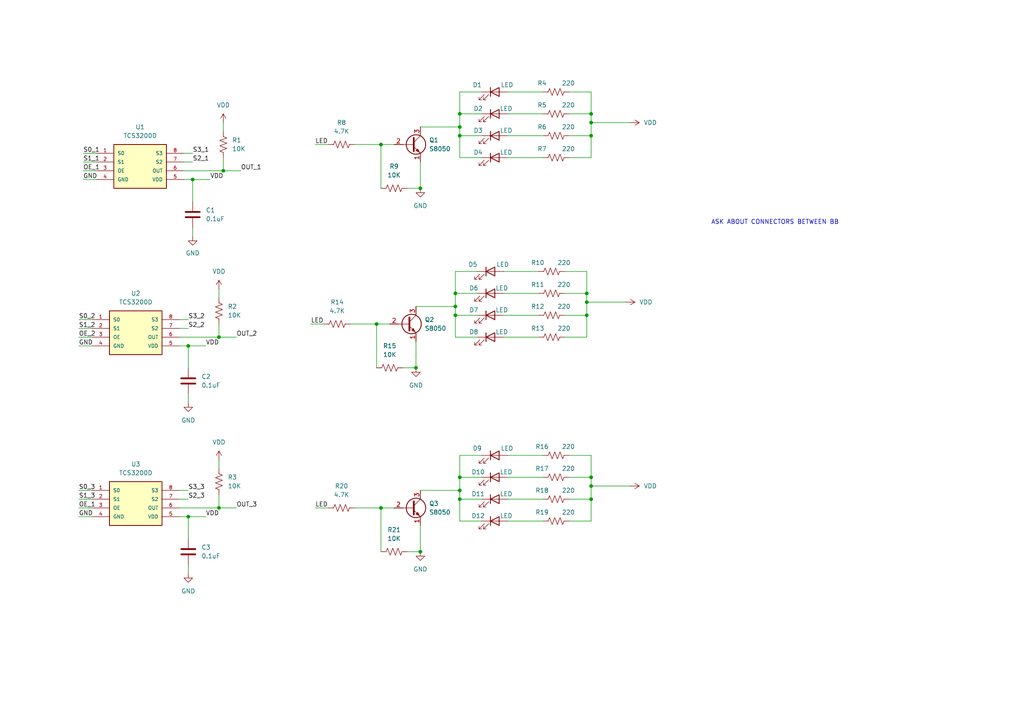
<source format=kicad_sch>
(kicad_sch
	(version 20250114)
	(generator "eeschema")
	(generator_version "9.0")
	(uuid "dce710fb-fb88-40ab-9def-722d3dc126cf")
	(paper "A4")
	(lib_symbols
		(symbol "Device:C"
			(pin_numbers
				(hide yes)
			)
			(pin_names
				(offset 0.254)
			)
			(exclude_from_sim no)
			(in_bom yes)
			(on_board yes)
			(property "Reference" "C"
				(at 0.635 2.54 0)
				(effects
					(font
						(size 1.27 1.27)
					)
					(justify left)
				)
			)
			(property "Value" "C"
				(at 0.635 -2.54 0)
				(effects
					(font
						(size 1.27 1.27)
					)
					(justify left)
				)
			)
			(property "Footprint" ""
				(at 0.9652 -3.81 0)
				(effects
					(font
						(size 1.27 1.27)
					)
					(hide yes)
				)
			)
			(property "Datasheet" "~"
				(at 0 0 0)
				(effects
					(font
						(size 1.27 1.27)
					)
					(hide yes)
				)
			)
			(property "Description" "Unpolarized capacitor"
				(at 0 0 0)
				(effects
					(font
						(size 1.27 1.27)
					)
					(hide yes)
				)
			)
			(property "ki_keywords" "cap capacitor"
				(at 0 0 0)
				(effects
					(font
						(size 1.27 1.27)
					)
					(hide yes)
				)
			)
			(property "ki_fp_filters" "C_*"
				(at 0 0 0)
				(effects
					(font
						(size 1.27 1.27)
					)
					(hide yes)
				)
			)
			(symbol "C_0_1"
				(polyline
					(pts
						(xy -2.032 0.762) (xy 2.032 0.762)
					)
					(stroke
						(width 0.508)
						(type default)
					)
					(fill
						(type none)
					)
				)
				(polyline
					(pts
						(xy -2.032 -0.762) (xy 2.032 -0.762)
					)
					(stroke
						(width 0.508)
						(type default)
					)
					(fill
						(type none)
					)
				)
			)
			(symbol "C_1_1"
				(pin passive line
					(at 0 3.81 270)
					(length 2.794)
					(name "~"
						(effects
							(font
								(size 1.27 1.27)
							)
						)
					)
					(number "1"
						(effects
							(font
								(size 1.27 1.27)
							)
						)
					)
				)
				(pin passive line
					(at 0 -3.81 90)
					(length 2.794)
					(name "~"
						(effects
							(font
								(size 1.27 1.27)
							)
						)
					)
					(number "2"
						(effects
							(font
								(size 1.27 1.27)
							)
						)
					)
				)
			)
			(embedded_fonts no)
		)
		(symbol "Device:LED"
			(pin_numbers
				(hide yes)
			)
			(pin_names
				(offset 1.016)
				(hide yes)
			)
			(exclude_from_sim no)
			(in_bom yes)
			(on_board yes)
			(property "Reference" "D"
				(at 0 2.54 0)
				(effects
					(font
						(size 1.27 1.27)
					)
				)
			)
			(property "Value" "LED"
				(at 0 -2.54 0)
				(effects
					(font
						(size 1.27 1.27)
					)
				)
			)
			(property "Footprint" ""
				(at 0 0 0)
				(effects
					(font
						(size 1.27 1.27)
					)
					(hide yes)
				)
			)
			(property "Datasheet" "~"
				(at 0 0 0)
				(effects
					(font
						(size 1.27 1.27)
					)
					(hide yes)
				)
			)
			(property "Description" "Light emitting diode"
				(at 0 0 0)
				(effects
					(font
						(size 1.27 1.27)
					)
					(hide yes)
				)
			)
			(property "Sim.Pins" "1=K 2=A"
				(at 0 0 0)
				(effects
					(font
						(size 1.27 1.27)
					)
					(hide yes)
				)
			)
			(property "ki_keywords" "LED diode"
				(at 0 0 0)
				(effects
					(font
						(size 1.27 1.27)
					)
					(hide yes)
				)
			)
			(property "ki_fp_filters" "LED* LED_SMD:* LED_THT:*"
				(at 0 0 0)
				(effects
					(font
						(size 1.27 1.27)
					)
					(hide yes)
				)
			)
			(symbol "LED_0_1"
				(polyline
					(pts
						(xy -3.048 -0.762) (xy -4.572 -2.286) (xy -3.81 -2.286) (xy -4.572 -2.286) (xy -4.572 -1.524)
					)
					(stroke
						(width 0)
						(type default)
					)
					(fill
						(type none)
					)
				)
				(polyline
					(pts
						(xy -1.778 -0.762) (xy -3.302 -2.286) (xy -2.54 -2.286) (xy -3.302 -2.286) (xy -3.302 -1.524)
					)
					(stroke
						(width 0)
						(type default)
					)
					(fill
						(type none)
					)
				)
				(polyline
					(pts
						(xy -1.27 0) (xy 1.27 0)
					)
					(stroke
						(width 0)
						(type default)
					)
					(fill
						(type none)
					)
				)
				(polyline
					(pts
						(xy -1.27 -1.27) (xy -1.27 1.27)
					)
					(stroke
						(width 0.254)
						(type default)
					)
					(fill
						(type none)
					)
				)
				(polyline
					(pts
						(xy 1.27 -1.27) (xy 1.27 1.27) (xy -1.27 0) (xy 1.27 -1.27)
					)
					(stroke
						(width 0.254)
						(type default)
					)
					(fill
						(type none)
					)
				)
			)
			(symbol "LED_1_1"
				(pin passive line
					(at -3.81 0 0)
					(length 2.54)
					(name "K"
						(effects
							(font
								(size 1.27 1.27)
							)
						)
					)
					(number "1"
						(effects
							(font
								(size 1.27 1.27)
							)
						)
					)
				)
				(pin passive line
					(at 3.81 0 180)
					(length 2.54)
					(name "A"
						(effects
							(font
								(size 1.27 1.27)
							)
						)
					)
					(number "2"
						(effects
							(font
								(size 1.27 1.27)
							)
						)
					)
				)
			)
			(embedded_fonts no)
		)
		(symbol "Device:R_US"
			(pin_numbers
				(hide yes)
			)
			(pin_names
				(offset 0)
			)
			(exclude_from_sim no)
			(in_bom yes)
			(on_board yes)
			(property "Reference" "R"
				(at 2.54 0 90)
				(effects
					(font
						(size 1.27 1.27)
					)
				)
			)
			(property "Value" "R_US"
				(at -2.54 0 90)
				(effects
					(font
						(size 1.27 1.27)
					)
				)
			)
			(property "Footprint" ""
				(at 1.016 -0.254 90)
				(effects
					(font
						(size 1.27 1.27)
					)
					(hide yes)
				)
			)
			(property "Datasheet" "~"
				(at 0 0 0)
				(effects
					(font
						(size 1.27 1.27)
					)
					(hide yes)
				)
			)
			(property "Description" "Resistor, US symbol"
				(at 0 0 0)
				(effects
					(font
						(size 1.27 1.27)
					)
					(hide yes)
				)
			)
			(property "ki_keywords" "R res resistor"
				(at 0 0 0)
				(effects
					(font
						(size 1.27 1.27)
					)
					(hide yes)
				)
			)
			(property "ki_fp_filters" "R_*"
				(at 0 0 0)
				(effects
					(font
						(size 1.27 1.27)
					)
					(hide yes)
				)
			)
			(symbol "R_US_0_1"
				(polyline
					(pts
						(xy 0 2.286) (xy 0 2.54)
					)
					(stroke
						(width 0)
						(type default)
					)
					(fill
						(type none)
					)
				)
				(polyline
					(pts
						(xy 0 2.286) (xy 1.016 1.905) (xy 0 1.524) (xy -1.016 1.143) (xy 0 0.762)
					)
					(stroke
						(width 0)
						(type default)
					)
					(fill
						(type none)
					)
				)
				(polyline
					(pts
						(xy 0 0.762) (xy 1.016 0.381) (xy 0 0) (xy -1.016 -0.381) (xy 0 -0.762)
					)
					(stroke
						(width 0)
						(type default)
					)
					(fill
						(type none)
					)
				)
				(polyline
					(pts
						(xy 0 -0.762) (xy 1.016 -1.143) (xy 0 -1.524) (xy -1.016 -1.905) (xy 0 -2.286)
					)
					(stroke
						(width 0)
						(type default)
					)
					(fill
						(type none)
					)
				)
				(polyline
					(pts
						(xy 0 -2.286) (xy 0 -2.54)
					)
					(stroke
						(width 0)
						(type default)
					)
					(fill
						(type none)
					)
				)
			)
			(symbol "R_US_1_1"
				(pin passive line
					(at 0 3.81 270)
					(length 1.27)
					(name "~"
						(effects
							(font
								(size 1.27 1.27)
							)
						)
					)
					(number "1"
						(effects
							(font
								(size 1.27 1.27)
							)
						)
					)
				)
				(pin passive line
					(at 0 -3.81 90)
					(length 1.27)
					(name "~"
						(effects
							(font
								(size 1.27 1.27)
							)
						)
					)
					(number "2"
						(effects
							(font
								(size 1.27 1.27)
							)
						)
					)
				)
			)
			(embedded_fonts no)
		)
		(symbol "TCS3200D:TCS3200D"
			(pin_names
				(offset 1.016)
			)
			(exclude_from_sim no)
			(in_bom yes)
			(on_board yes)
			(property "Reference" "U"
				(at -5.0811 8.6378 0)
				(effects
					(font
						(size 1.27 1.27)
					)
					(justify left bottom)
				)
			)
			(property "Value" "TCS3200D"
				(at -5.0841 -7.3719 0)
				(effects
					(font
						(size 1.27 1.27)
					)
					(justify left bottom)
				)
			)
			(property "Footprint" "TCS3200D:SOIC8"
				(at 0 0 0)
				(effects
					(font
						(size 1.27 1.27)
					)
					(justify bottom)
					(hide yes)
				)
			)
			(property "Datasheet" ""
				(at 0 0 0)
				(effects
					(font
						(size 1.27 1.27)
					)
					(hide yes)
				)
			)
			(property "Description" ""
				(at 0 0 0)
				(effects
					(font
						(size 1.27 1.27)
					)
					(hide yes)
				)
			)
			(property "MF" "ams"
				(at 0 0 0)
				(effects
					(font
						(size 1.27 1.27)
					)
					(justify bottom)
					(hide yes)
				)
			)
			(property "Description_1" "Color Sensor - Auto Power Down 8-SOIC (0.154, 3.90mm Width)"
				(at 0 0 0)
				(effects
					(font
						(size 1.27 1.27)
					)
					(justify bottom)
					(hide yes)
				)
			)
			(property "Package" "SOIC-8 ams"
				(at 0 0 0)
				(effects
					(font
						(size 1.27 1.27)
					)
					(justify bottom)
					(hide yes)
				)
			)
			(property "Price" "None"
				(at 0 0 0)
				(effects
					(font
						(size 1.27 1.27)
					)
					(justify bottom)
					(hide yes)
				)
			)
			(property "SnapEDA_Link" "https://www.snapeda.com/parts/TCS3200D/ams/view-part/?ref=snap"
				(at 0 0 0)
				(effects
					(font
						(size 1.27 1.27)
					)
					(justify bottom)
					(hide yes)
				)
			)
			(property "MP" "TCS3200D"
				(at 0 0 0)
				(effects
					(font
						(size 1.27 1.27)
					)
					(justify bottom)
					(hide yes)
				)
			)
			(property "Availability" "Not in stock"
				(at 0 0 0)
				(effects
					(font
						(size 1.27 1.27)
					)
					(justify bottom)
					(hide yes)
				)
			)
			(property "Check_prices" "https://www.snapeda.com/parts/TCS3200D/ams/view-part/?ref=eda"
				(at 0 0 0)
				(effects
					(font
						(size 1.27 1.27)
					)
					(justify bottom)
					(hide yes)
				)
			)
			(symbol "TCS3200D_0_0"
				(rectangle
					(start -5.08 -5.08)
					(end 10.16 7.62)
					(stroke
						(width 0.254)
						(type default)
					)
					(fill
						(type background)
					)
				)
				(pin bidirectional line
					(at -10.16 5.08 0)
					(length 5.08)
					(name "S0"
						(effects
							(font
								(size 1.016 1.016)
							)
						)
					)
					(number "1"
						(effects
							(font
								(size 1.016 1.016)
							)
						)
					)
				)
				(pin bidirectional line
					(at -10.16 2.54 0)
					(length 5.08)
					(name "S1"
						(effects
							(font
								(size 1.016 1.016)
							)
						)
					)
					(number "2"
						(effects
							(font
								(size 1.016 1.016)
							)
						)
					)
				)
				(pin bidirectional line
					(at -10.16 0 0)
					(length 5.08)
					(name "OE"
						(effects
							(font
								(size 1.016 1.016)
							)
						)
					)
					(number "3"
						(effects
							(font
								(size 1.016 1.016)
							)
						)
					)
				)
				(pin bidirectional line
					(at -10.16 -2.54 0)
					(length 5.08)
					(name "GND"
						(effects
							(font
								(size 1.016 1.016)
							)
						)
					)
					(number "4"
						(effects
							(font
								(size 1.016 1.016)
							)
						)
					)
				)
				(pin bidirectional line
					(at 15.24 5.08 180)
					(length 5.08)
					(name "S3"
						(effects
							(font
								(size 1.016 1.016)
							)
						)
					)
					(number "8"
						(effects
							(font
								(size 1.016 1.016)
							)
						)
					)
				)
				(pin bidirectional line
					(at 15.24 2.54 180)
					(length 5.08)
					(name "S2"
						(effects
							(font
								(size 1.016 1.016)
							)
						)
					)
					(number "7"
						(effects
							(font
								(size 1.016 1.016)
							)
						)
					)
				)
				(pin bidirectional line
					(at 15.24 0 180)
					(length 5.08)
					(name "OUT"
						(effects
							(font
								(size 1.016 1.016)
							)
						)
					)
					(number "6"
						(effects
							(font
								(size 1.016 1.016)
							)
						)
					)
				)
				(pin bidirectional line
					(at 15.24 -2.54 180)
					(length 5.08)
					(name "VDD"
						(effects
							(font
								(size 1.016 1.016)
							)
						)
					)
					(number "5"
						(effects
							(font
								(size 1.016 1.016)
							)
						)
					)
				)
			)
			(embedded_fonts no)
		)
		(symbol "Transistor_BJT:S8050"
			(pin_names
				(offset 0)
				(hide yes)
			)
			(exclude_from_sim no)
			(in_bom yes)
			(on_board yes)
			(property "Reference" "Q"
				(at 5.08 1.905 0)
				(effects
					(font
						(size 1.27 1.27)
					)
					(justify left)
				)
			)
			(property "Value" "S8050"
				(at 5.08 0 0)
				(effects
					(font
						(size 1.27 1.27)
					)
					(justify left)
				)
			)
			(property "Footprint" "Package_TO_SOT_THT:TO-92_Inline"
				(at 5.08 -1.905 0)
				(effects
					(font
						(size 1.27 1.27)
						(italic yes)
					)
					(justify left)
					(hide yes)
				)
			)
			(property "Datasheet" "http://www.unisonic.com.tw/datasheet/S8050.pdf"
				(at 0 0 0)
				(effects
					(font
						(size 1.27 1.27)
					)
					(justify left)
					(hide yes)
				)
			)
			(property "Description" "0.7A Ic, 20V Vce, Low Voltage High Current NPN Transistor, TO-92"
				(at 0 0 0)
				(effects
					(font
						(size 1.27 1.27)
					)
					(hide yes)
				)
			)
			(property "Sim.Device" "NPN"
				(at 0 0 0)
				(effects
					(font
						(size 1.27 1.27)
					)
					(hide yes)
				)
			)
			(property "Sim.Pins" "1=E 2=B 3=C"
				(at 0 0 0)
				(effects
					(font
						(size 1.27 1.27)
					)
					(hide yes)
				)
			)
			(property "ki_keywords" "S8050 NPN Low Voltage High Current Transistor"
				(at 0 0 0)
				(effects
					(font
						(size 1.27 1.27)
					)
					(hide yes)
				)
			)
			(property "ki_fp_filters" "TO?92*"
				(at 0 0 0)
				(effects
					(font
						(size 1.27 1.27)
					)
					(hide yes)
				)
			)
			(symbol "S8050_0_1"
				(polyline
					(pts
						(xy -2.54 0) (xy 0.635 0)
					)
					(stroke
						(width 0)
						(type default)
					)
					(fill
						(type none)
					)
				)
				(polyline
					(pts
						(xy 0.635 1.905) (xy 0.635 -1.905)
					)
					(stroke
						(width 0.508)
						(type default)
					)
					(fill
						(type none)
					)
				)
				(circle
					(center 1.27 0)
					(radius 2.8194)
					(stroke
						(width 0.254)
						(type default)
					)
					(fill
						(type none)
					)
				)
			)
			(symbol "S8050_1_1"
				(polyline
					(pts
						(xy 0.635 0.635) (xy 2.54 2.54)
					)
					(stroke
						(width 0)
						(type default)
					)
					(fill
						(type none)
					)
				)
				(polyline
					(pts
						(xy 0.635 -0.635) (xy 2.54 -2.54)
					)
					(stroke
						(width 0)
						(type default)
					)
					(fill
						(type none)
					)
				)
				(polyline
					(pts
						(xy 1.27 -1.778) (xy 1.778 -1.27) (xy 2.286 -2.286) (xy 1.27 -1.778)
					)
					(stroke
						(width 0)
						(type default)
					)
					(fill
						(type outline)
					)
				)
				(pin input line
					(at -5.08 0 0)
					(length 2.54)
					(name "B"
						(effects
							(font
								(size 1.27 1.27)
							)
						)
					)
					(number "2"
						(effects
							(font
								(size 1.27 1.27)
							)
						)
					)
				)
				(pin passive line
					(at 2.54 5.08 270)
					(length 2.54)
					(name "C"
						(effects
							(font
								(size 1.27 1.27)
							)
						)
					)
					(number "3"
						(effects
							(font
								(size 1.27 1.27)
							)
						)
					)
				)
				(pin passive line
					(at 2.54 -5.08 90)
					(length 2.54)
					(name "E"
						(effects
							(font
								(size 1.27 1.27)
							)
						)
					)
					(number "1"
						(effects
							(font
								(size 1.27 1.27)
							)
						)
					)
				)
			)
			(embedded_fonts no)
		)
		(symbol "power:GND"
			(power)
			(pin_numbers
				(hide yes)
			)
			(pin_names
				(offset 0)
				(hide yes)
			)
			(exclude_from_sim no)
			(in_bom yes)
			(on_board yes)
			(property "Reference" "#PWR"
				(at 0 -6.35 0)
				(effects
					(font
						(size 1.27 1.27)
					)
					(hide yes)
				)
			)
			(property "Value" "GND"
				(at 0 -3.81 0)
				(effects
					(font
						(size 1.27 1.27)
					)
				)
			)
			(property "Footprint" ""
				(at 0 0 0)
				(effects
					(font
						(size 1.27 1.27)
					)
					(hide yes)
				)
			)
			(property "Datasheet" ""
				(at 0 0 0)
				(effects
					(font
						(size 1.27 1.27)
					)
					(hide yes)
				)
			)
			(property "Description" "Power symbol creates a global label with name \"GND\" , ground"
				(at 0 0 0)
				(effects
					(font
						(size 1.27 1.27)
					)
					(hide yes)
				)
			)
			(property "ki_keywords" "global power"
				(at 0 0 0)
				(effects
					(font
						(size 1.27 1.27)
					)
					(hide yes)
				)
			)
			(symbol "GND_0_1"
				(polyline
					(pts
						(xy 0 0) (xy 0 -1.27) (xy 1.27 -1.27) (xy 0 -2.54) (xy -1.27 -1.27) (xy 0 -1.27)
					)
					(stroke
						(width 0)
						(type default)
					)
					(fill
						(type none)
					)
				)
			)
			(symbol "GND_1_1"
				(pin power_in line
					(at 0 0 270)
					(length 0)
					(name "~"
						(effects
							(font
								(size 1.27 1.27)
							)
						)
					)
					(number "1"
						(effects
							(font
								(size 1.27 1.27)
							)
						)
					)
				)
			)
			(embedded_fonts no)
		)
		(symbol "power:VDD"
			(power)
			(pin_numbers
				(hide yes)
			)
			(pin_names
				(offset 0)
				(hide yes)
			)
			(exclude_from_sim no)
			(in_bom yes)
			(on_board yes)
			(property "Reference" "#PWR"
				(at 0 -3.81 0)
				(effects
					(font
						(size 1.27 1.27)
					)
					(hide yes)
				)
			)
			(property "Value" "VDD"
				(at 0 3.556 0)
				(effects
					(font
						(size 1.27 1.27)
					)
				)
			)
			(property "Footprint" ""
				(at 0 0 0)
				(effects
					(font
						(size 1.27 1.27)
					)
					(hide yes)
				)
			)
			(property "Datasheet" ""
				(at 0 0 0)
				(effects
					(font
						(size 1.27 1.27)
					)
					(hide yes)
				)
			)
			(property "Description" "Power symbol creates a global label with name \"VDD\""
				(at 0 0 0)
				(effects
					(font
						(size 1.27 1.27)
					)
					(hide yes)
				)
			)
			(property "ki_keywords" "global power"
				(at 0 0 0)
				(effects
					(font
						(size 1.27 1.27)
					)
					(hide yes)
				)
			)
			(symbol "VDD_0_1"
				(polyline
					(pts
						(xy -0.762 1.27) (xy 0 2.54)
					)
					(stroke
						(width 0)
						(type default)
					)
					(fill
						(type none)
					)
				)
				(polyline
					(pts
						(xy 0 2.54) (xy 0.762 1.27)
					)
					(stroke
						(width 0)
						(type default)
					)
					(fill
						(type none)
					)
				)
				(polyline
					(pts
						(xy 0 0) (xy 0 2.54)
					)
					(stroke
						(width 0)
						(type default)
					)
					(fill
						(type none)
					)
				)
			)
			(symbol "VDD_1_1"
				(pin power_in line
					(at 0 0 90)
					(length 0)
					(name "~"
						(effects
							(font
								(size 1.27 1.27)
							)
						)
					)
					(number "1"
						(effects
							(font
								(size 1.27 1.27)
							)
						)
					)
				)
			)
			(embedded_fonts no)
		)
	)
	(text "ASK ABOUT CONNECTORS BETWEEN BB"
		(exclude_from_sim no)
		(at 224.79 64.516 0)
		(effects
			(font
				(size 1.27 1.27)
			)
		)
		(uuid "66ec6dee-7196-48db-ba25-6390b4eac9a9")
	)
	(junction
		(at 55.88 52.07)
		(diameter 0)
		(color 0 0 0 0)
		(uuid "13ce7fbc-66cf-430b-80a7-b667a82c8eac")
	)
	(junction
		(at 171.45 138.43)
		(diameter 0)
		(color 0 0 0 0)
		(uuid "182f8335-833c-4601-b705-278579690803")
	)
	(junction
		(at 133.35 39.37)
		(diameter 0)
		(color 0 0 0 0)
		(uuid "1a203878-b8a1-4395-942b-9079316e6603")
	)
	(junction
		(at 132.08 88.9)
		(diameter 0)
		(color 0 0 0 0)
		(uuid "3543c517-63d2-467f-8ee1-8929b74839d2")
	)
	(junction
		(at 171.45 33.02)
		(diameter 0)
		(color 0 0 0 0)
		(uuid "40656765-267b-4ed6-a0cb-5566c3da20d5")
	)
	(junction
		(at 171.45 39.37)
		(diameter 0)
		(color 0 0 0 0)
		(uuid "467e5ead-af66-4bcd-b073-867bb4eeea2c")
	)
	(junction
		(at 132.08 91.44)
		(diameter 0)
		(color 0 0 0 0)
		(uuid "54e17ff9-f8f0-48f8-81b8-552987a08012")
	)
	(junction
		(at 54.61 149.86)
		(diameter 0)
		(color 0 0 0 0)
		(uuid "5ad25eab-c637-46b8-bc8c-45fb6beae4fa")
	)
	(junction
		(at 63.5 97.79)
		(diameter 0)
		(color 0 0 0 0)
		(uuid "61455db3-94ca-4057-b57b-9fce8cad810f")
	)
	(junction
		(at 171.45 35.56)
		(diameter 0)
		(color 0 0 0 0)
		(uuid "7b924f5c-ad77-4701-a7cd-ff1a6bc351bc")
	)
	(junction
		(at 170.18 91.44)
		(diameter 0)
		(color 0 0 0 0)
		(uuid "855da361-8415-4701-887f-757c7d282597")
	)
	(junction
		(at 121.92 54.61)
		(diameter 0)
		(color 0 0 0 0)
		(uuid "85923c61-ae0f-48d9-97a2-5e3b3ecbfa61")
	)
	(junction
		(at 63.5 147.32)
		(diameter 0)
		(color 0 0 0 0)
		(uuid "8bb56d5d-4f06-49bf-8db2-adb1df9bbf4e")
	)
	(junction
		(at 133.35 33.02)
		(diameter 0)
		(color 0 0 0 0)
		(uuid "8e9e04e1-a841-47bf-8b7f-c9c50bd47679")
	)
	(junction
		(at 121.92 160.02)
		(diameter 0)
		(color 0 0 0 0)
		(uuid "a0d0696d-b4a5-490f-8324-345d210b9613")
	)
	(junction
		(at 110.49 147.32)
		(diameter 0)
		(color 0 0 0 0)
		(uuid "a8607fb3-f76f-483c-a72f-ef33d9e46e34")
	)
	(junction
		(at 170.18 87.63)
		(diameter 0)
		(color 0 0 0 0)
		(uuid "aee50c94-9cd5-49b9-9a06-ac5de1856174")
	)
	(junction
		(at 110.49 41.91)
		(diameter 0)
		(color 0 0 0 0)
		(uuid "b4777191-aba9-4ecd-a1b4-9401f7e69ca3")
	)
	(junction
		(at 54.61 100.33)
		(diameter 0)
		(color 0 0 0 0)
		(uuid "b707401f-00aa-4d38-80d5-197156d0a742")
	)
	(junction
		(at 170.18 85.09)
		(diameter 0)
		(color 0 0 0 0)
		(uuid "bb1f0a82-30c6-445f-a008-e48cea34a7d1")
	)
	(junction
		(at 133.35 144.78)
		(diameter 0)
		(color 0 0 0 0)
		(uuid "bfe6affc-e206-4b1b-b678-264ac4dfc93d")
	)
	(junction
		(at 133.35 36.83)
		(diameter 0)
		(color 0 0 0 0)
		(uuid "d4595d9e-4539-412f-8c2b-771decf0861e")
	)
	(junction
		(at 120.65 106.68)
		(diameter 0)
		(color 0 0 0 0)
		(uuid "dd9830dd-6bd2-4354-8cfd-0640a9841b5f")
	)
	(junction
		(at 171.45 140.97)
		(diameter 0)
		(color 0 0 0 0)
		(uuid "df1c5424-5246-45c4-87d6-f4eed5ac2711")
	)
	(junction
		(at 109.22 93.98)
		(diameter 0)
		(color 0 0 0 0)
		(uuid "e19e7bfc-2c0e-4180-ae3e-6757962de9d6")
	)
	(junction
		(at 171.45 144.78)
		(diameter 0)
		(color 0 0 0 0)
		(uuid "e1e15b85-68e1-4428-a497-349a5607b0cd")
	)
	(junction
		(at 133.35 142.24)
		(diameter 0)
		(color 0 0 0 0)
		(uuid "eaa27b9f-a301-4a0c-8f10-34ba71a9bfc1")
	)
	(junction
		(at 133.35 138.43)
		(diameter 0)
		(color 0 0 0 0)
		(uuid "ed7e978f-786f-48f7-a6a1-30f76b1e8cc6")
	)
	(junction
		(at 64.77 49.53)
		(diameter 0)
		(color 0 0 0 0)
		(uuid "f7ab4449-bbc8-4f09-962b-2796812f7cdd")
	)
	(junction
		(at 132.08 85.09)
		(diameter 0)
		(color 0 0 0 0)
		(uuid "f998456e-455b-4761-a41f-74fba1454223")
	)
	(wire
		(pts
			(xy 110.49 41.91) (xy 110.49 54.61)
		)
		(stroke
			(width 0)
			(type default)
		)
		(uuid "0140038f-1ed8-453f-b3fe-e7625c3dc719")
	)
	(wire
		(pts
			(xy 133.35 36.83) (xy 133.35 39.37)
		)
		(stroke
			(width 0)
			(type default)
		)
		(uuid "0269196c-580b-45f2-929a-4d6eeb56afed")
	)
	(wire
		(pts
			(xy 170.18 91.44) (xy 170.18 97.79)
		)
		(stroke
			(width 0)
			(type default)
		)
		(uuid "02c30340-e8d9-4459-90fb-8c9909c0c582")
	)
	(wire
		(pts
			(xy 24.13 49.53) (xy 27.94 49.53)
		)
		(stroke
			(width 0)
			(type default)
		)
		(uuid "0615f9cc-613c-4a2e-8213-48e711285de6")
	)
	(wire
		(pts
			(xy 171.45 140.97) (xy 171.45 144.78)
		)
		(stroke
			(width 0)
			(type default)
		)
		(uuid "0b25e009-93ca-44f9-86a7-d93e0e601b18")
	)
	(wire
		(pts
			(xy 54.61 149.86) (xy 59.69 149.86)
		)
		(stroke
			(width 0)
			(type default)
		)
		(uuid "0dbcac6f-cbaf-46db-9e23-ace6fef9dbfd")
	)
	(wire
		(pts
			(xy 24.13 46.99) (xy 27.94 46.99)
		)
		(stroke
			(width 0)
			(type default)
		)
		(uuid "0f8d02cb-4264-49aa-8f8b-fe924411ab81")
	)
	(wire
		(pts
			(xy 163.83 97.79) (xy 170.18 97.79)
		)
		(stroke
			(width 0)
			(type default)
		)
		(uuid "14cfe0d3-346b-4801-a387-ce4da75a6631")
	)
	(wire
		(pts
			(xy 109.22 93.98) (xy 113.03 93.98)
		)
		(stroke
			(width 0)
			(type default)
		)
		(uuid "16ba173b-ab57-41a2-a118-7460cf92e38d")
	)
	(wire
		(pts
			(xy 22.86 149.86) (xy 26.67 149.86)
		)
		(stroke
			(width 0)
			(type default)
		)
		(uuid "18ff412f-3462-498c-8ae5-a6f363ce9ed5")
	)
	(wire
		(pts
			(xy 63.5 133.35) (xy 63.5 135.89)
		)
		(stroke
			(width 0)
			(type default)
		)
		(uuid "1b5f8ff6-09dd-4ff9-893b-aceea2310012")
	)
	(wire
		(pts
			(xy 24.13 52.07) (xy 27.94 52.07)
		)
		(stroke
			(width 0)
			(type default)
		)
		(uuid "1f605bb3-60eb-419d-a3d4-14b0de8ce560")
	)
	(wire
		(pts
			(xy 163.83 85.09) (xy 170.18 85.09)
		)
		(stroke
			(width 0)
			(type default)
		)
		(uuid "20bf2933-8627-478c-b7ad-2c5ef1bee5df")
	)
	(wire
		(pts
			(xy 52.07 144.78) (xy 54.61 144.78)
		)
		(stroke
			(width 0)
			(type default)
		)
		(uuid "224ce178-1a52-4920-b593-577eea49645a")
	)
	(wire
		(pts
			(xy 52.07 149.86) (xy 54.61 149.86)
		)
		(stroke
			(width 0)
			(type default)
		)
		(uuid "23e3f9c3-12a1-423c-a204-be5aac8b2959")
	)
	(wire
		(pts
			(xy 146.05 85.09) (xy 156.21 85.09)
		)
		(stroke
			(width 0)
			(type default)
		)
		(uuid "2d477caa-c6cb-4cb6-bfd2-7b270554f6ee")
	)
	(wire
		(pts
			(xy 171.45 140.97) (xy 171.45 138.43)
		)
		(stroke
			(width 0)
			(type default)
		)
		(uuid "2ff3d71a-b30d-4ed0-8ab4-28ad965a3288")
	)
	(wire
		(pts
			(xy 171.45 26.67) (xy 165.1 26.67)
		)
		(stroke
			(width 0)
			(type default)
		)
		(uuid "32090758-f920-4213-a95b-b1269d9677e8")
	)
	(wire
		(pts
			(xy 132.08 91.44) (xy 132.08 97.79)
		)
		(stroke
			(width 0)
			(type default)
		)
		(uuid "372e1ab1-7f15-4033-b0c6-80fce2cde71b")
	)
	(wire
		(pts
			(xy 63.5 93.98) (xy 63.5 97.79)
		)
		(stroke
			(width 0)
			(type default)
		)
		(uuid "3b66bd3e-372e-439f-92e9-1ad7cb059c00")
	)
	(wire
		(pts
			(xy 52.07 147.32) (xy 63.5 147.32)
		)
		(stroke
			(width 0)
			(type default)
		)
		(uuid "3bf92775-dfbf-4438-a906-a2af26d58992")
	)
	(wire
		(pts
			(xy 53.34 46.99) (xy 55.88 46.99)
		)
		(stroke
			(width 0)
			(type default)
		)
		(uuid "3ce77eab-ed76-4693-9c2f-9d0508afbe92")
	)
	(wire
		(pts
			(xy 53.34 52.07) (xy 55.88 52.07)
		)
		(stroke
			(width 0)
			(type default)
		)
		(uuid "3f41e3b4-7bb7-40cb-95f0-c4b72933f94f")
	)
	(wire
		(pts
			(xy 64.77 49.53) (xy 69.85 49.53)
		)
		(stroke
			(width 0)
			(type default)
		)
		(uuid "40185a13-2c9a-41a8-b9ed-26ecb259fea2")
	)
	(wire
		(pts
			(xy 170.18 78.74) (xy 163.83 78.74)
		)
		(stroke
			(width 0)
			(type default)
		)
		(uuid "420d77d7-2cfc-47b5-8ee5-ba222eba209f")
	)
	(wire
		(pts
			(xy 54.61 100.33) (xy 54.61 106.68)
		)
		(stroke
			(width 0)
			(type default)
		)
		(uuid "4226c4c4-32d8-4a8c-b85a-b2c9896bda67")
	)
	(wire
		(pts
			(xy 120.65 99.06) (xy 120.65 106.68)
		)
		(stroke
			(width 0)
			(type default)
		)
		(uuid "48d0e73c-2006-4aa6-b603-68b3872e180d")
	)
	(wire
		(pts
			(xy 54.61 163.83) (xy 54.61 166.37)
		)
		(stroke
			(width 0)
			(type default)
		)
		(uuid "4afffb92-dd2a-4d4a-b110-fade25196188")
	)
	(wire
		(pts
			(xy 132.08 88.9) (xy 120.65 88.9)
		)
		(stroke
			(width 0)
			(type default)
		)
		(uuid "4cb91f47-99dc-4180-8a4e-28234c5a3bfc")
	)
	(wire
		(pts
			(xy 133.35 144.78) (xy 133.35 151.13)
		)
		(stroke
			(width 0)
			(type default)
		)
		(uuid "4e060723-ba95-41b6-be26-ae125b111a89")
	)
	(wire
		(pts
			(xy 52.07 92.71) (xy 54.61 92.71)
		)
		(stroke
			(width 0)
			(type default)
		)
		(uuid "4f06e9cf-e6c7-4ca1-a9af-dc149276b989")
	)
	(wire
		(pts
			(xy 132.08 78.74) (xy 132.08 85.09)
		)
		(stroke
			(width 0)
			(type default)
		)
		(uuid "4f85876d-af23-4980-8627-0832bda405c4")
	)
	(wire
		(pts
			(xy 171.45 132.08) (xy 165.1 132.08)
		)
		(stroke
			(width 0)
			(type default)
		)
		(uuid "4fd1664c-53c9-4bcf-9093-926572f6543a")
	)
	(wire
		(pts
			(xy 133.35 138.43) (xy 133.35 142.24)
		)
		(stroke
			(width 0)
			(type default)
		)
		(uuid "50c82950-069d-49e1-a434-505bf161b69c")
	)
	(wire
		(pts
			(xy 110.49 147.32) (xy 114.3 147.32)
		)
		(stroke
			(width 0)
			(type default)
		)
		(uuid "54bc73de-70a9-40be-b611-3fe842de71a0")
	)
	(wire
		(pts
			(xy 133.35 36.83) (xy 121.92 36.83)
		)
		(stroke
			(width 0)
			(type default)
		)
		(uuid "572e85df-bc39-4142-b95d-30b5ae06bdd7")
	)
	(wire
		(pts
			(xy 102.87 147.32) (xy 110.49 147.32)
		)
		(stroke
			(width 0)
			(type default)
		)
		(uuid "58d5ca2d-8141-4b2c-9e88-5a7b4f674824")
	)
	(wire
		(pts
			(xy 63.5 97.79) (xy 68.58 97.79)
		)
		(stroke
			(width 0)
			(type default)
		)
		(uuid "5920076f-16f5-4f65-a428-1dc856df25e2")
	)
	(wire
		(pts
			(xy 147.32 39.37) (xy 157.48 39.37)
		)
		(stroke
			(width 0)
			(type default)
		)
		(uuid "5e218d50-86f6-4610-88ed-3d2a44610003")
	)
	(wire
		(pts
			(xy 91.44 41.91) (xy 95.25 41.91)
		)
		(stroke
			(width 0)
			(type default)
		)
		(uuid "5eba5fc7-0a82-4be3-9852-eb7726522a3e")
	)
	(wire
		(pts
			(xy 171.45 35.56) (xy 171.45 39.37)
		)
		(stroke
			(width 0)
			(type default)
		)
		(uuid "60d27d9f-9dff-4b4a-b0f4-53b090d2da39")
	)
	(wire
		(pts
			(xy 54.61 100.33) (xy 59.69 100.33)
		)
		(stroke
			(width 0)
			(type default)
		)
		(uuid "614aa9fb-2513-4ff3-b62e-684a776989d2")
	)
	(wire
		(pts
			(xy 22.86 144.78) (xy 26.67 144.78)
		)
		(stroke
			(width 0)
			(type default)
		)
		(uuid "61a4504e-a2a2-439d-b7f6-e735fbac005b")
	)
	(wire
		(pts
			(xy 121.92 46.99) (xy 121.92 54.61)
		)
		(stroke
			(width 0)
			(type default)
		)
		(uuid "62b733e9-7eb9-4dc0-950b-e20d4bc3fa7a")
	)
	(wire
		(pts
			(xy 139.7 45.72) (xy 133.35 45.72)
		)
		(stroke
			(width 0)
			(type default)
		)
		(uuid "690e4316-471d-46f2-b866-8e45a1547eb0")
	)
	(wire
		(pts
			(xy 64.77 35.56) (xy 64.77 38.1)
		)
		(stroke
			(width 0)
			(type default)
		)
		(uuid "6a96814c-3d3b-4f58-9a29-206404ca1855")
	)
	(wire
		(pts
			(xy 133.35 132.08) (xy 133.35 138.43)
		)
		(stroke
			(width 0)
			(type default)
		)
		(uuid "6c2811c4-7f50-4b97-bd32-08fbff34412f")
	)
	(wire
		(pts
			(xy 163.83 91.44) (xy 170.18 91.44)
		)
		(stroke
			(width 0)
			(type default)
		)
		(uuid "6e1b670c-8c7b-4056-a4e2-07a901604e36")
	)
	(wire
		(pts
			(xy 147.32 33.02) (xy 157.48 33.02)
		)
		(stroke
			(width 0)
			(type default)
		)
		(uuid "6e66b782-51d6-4985-bce7-28ab51b60634")
	)
	(wire
		(pts
			(xy 133.35 39.37) (xy 133.35 45.72)
		)
		(stroke
			(width 0)
			(type default)
		)
		(uuid "6fb9ec15-f847-43a4-9c9a-0125e4d9ffe9")
	)
	(wire
		(pts
			(xy 22.86 100.33) (xy 26.67 100.33)
		)
		(stroke
			(width 0)
			(type default)
		)
		(uuid "705f16ca-bb78-4819-a0e3-beb9eae4bbff")
	)
	(wire
		(pts
			(xy 110.49 41.91) (xy 114.3 41.91)
		)
		(stroke
			(width 0)
			(type default)
		)
		(uuid "70741598-505c-4329-a908-216112f5acd7")
	)
	(wire
		(pts
			(xy 55.88 66.04) (xy 55.88 68.58)
		)
		(stroke
			(width 0)
			(type default)
		)
		(uuid "72869616-3a24-4fc3-a489-81a546225a43")
	)
	(wire
		(pts
			(xy 147.32 144.78) (xy 157.48 144.78)
		)
		(stroke
			(width 0)
			(type default)
		)
		(uuid "7d4f2cf2-c4bb-4365-b5f1-aa40ab1ec3de")
	)
	(wire
		(pts
			(xy 165.1 39.37) (xy 171.45 39.37)
		)
		(stroke
			(width 0)
			(type default)
		)
		(uuid "7f04a492-3df7-4e2d-a9f5-13abb8adcc21")
	)
	(wire
		(pts
			(xy 133.35 142.24) (xy 121.92 142.24)
		)
		(stroke
			(width 0)
			(type default)
		)
		(uuid "7f896e51-d37b-4559-8e2c-6faa8e1fa0a9")
	)
	(wire
		(pts
			(xy 63.5 143.51) (xy 63.5 147.32)
		)
		(stroke
			(width 0)
			(type default)
		)
		(uuid "80b1f7da-2bf2-43a1-a81d-b06697a63c86")
	)
	(wire
		(pts
			(xy 52.07 95.25) (xy 54.61 95.25)
		)
		(stroke
			(width 0)
			(type default)
		)
		(uuid "82680201-2d06-46e1-8a84-0a6c990f3ade")
	)
	(wire
		(pts
			(xy 133.35 33.02) (xy 133.35 36.83)
		)
		(stroke
			(width 0)
			(type default)
		)
		(uuid "82e4edb9-127a-4125-b93c-129ee34bfd19")
	)
	(wire
		(pts
			(xy 133.35 33.02) (xy 139.7 33.02)
		)
		(stroke
			(width 0)
			(type default)
		)
		(uuid "8386dee5-6228-40d3-919d-22c7bbf4957f")
	)
	(wire
		(pts
			(xy 22.86 92.71) (xy 26.67 92.71)
		)
		(stroke
			(width 0)
			(type default)
		)
		(uuid "84f5d153-6cf8-4071-9036-79d7b2ef5204")
	)
	(wire
		(pts
			(xy 121.92 152.4) (xy 121.92 160.02)
		)
		(stroke
			(width 0)
			(type default)
		)
		(uuid "8a50667e-08b0-42d6-9cd5-b4d3116fce75")
	)
	(wire
		(pts
			(xy 90.17 93.98) (xy 93.98 93.98)
		)
		(stroke
			(width 0)
			(type default)
		)
		(uuid "8c0659f7-b68b-4a3c-959e-720b774b66fc")
	)
	(wire
		(pts
			(xy 170.18 87.63) (xy 170.18 85.09)
		)
		(stroke
			(width 0)
			(type default)
		)
		(uuid "8d9d1b2c-df31-41e4-aee5-f7f017ea05b2")
	)
	(wire
		(pts
			(xy 133.35 142.24) (xy 133.35 144.78)
		)
		(stroke
			(width 0)
			(type default)
		)
		(uuid "8dd4a7a1-b9aa-40c8-acc0-fa07de6156f0")
	)
	(wire
		(pts
			(xy 147.32 26.67) (xy 157.48 26.67)
		)
		(stroke
			(width 0)
			(type default)
		)
		(uuid "8f3bf5b8-0ecd-43f6-a2c9-f92209ef256c")
	)
	(wire
		(pts
			(xy 171.45 35.56) (xy 182.88 35.56)
		)
		(stroke
			(width 0)
			(type default)
		)
		(uuid "9010ec35-bace-48ff-9ac5-9844f20334c4")
	)
	(wire
		(pts
			(xy 118.11 160.02) (xy 121.92 160.02)
		)
		(stroke
			(width 0)
			(type default)
		)
		(uuid "91f911f7-4c82-4c19-a8b6-6b150446cfff")
	)
	(wire
		(pts
			(xy 22.86 142.24) (xy 26.67 142.24)
		)
		(stroke
			(width 0)
			(type default)
		)
		(uuid "96fb8ad0-dae1-4e46-99db-4238dbd7341d")
	)
	(wire
		(pts
			(xy 116.84 106.68) (xy 120.65 106.68)
		)
		(stroke
			(width 0)
			(type default)
		)
		(uuid "9d8572bb-1ebe-42e7-9373-8f83bf466b6e")
	)
	(wire
		(pts
			(xy 22.86 95.25) (xy 26.67 95.25)
		)
		(stroke
			(width 0)
			(type default)
		)
		(uuid "a32dd52c-0ef6-4b52-9f21-3eba37284427")
	)
	(wire
		(pts
			(xy 165.1 151.13) (xy 171.45 151.13)
		)
		(stroke
			(width 0)
			(type default)
		)
		(uuid "a3478dcc-c7f2-47b5-a130-02ed0d2ea72d")
	)
	(wire
		(pts
			(xy 52.07 142.24) (xy 54.61 142.24)
		)
		(stroke
			(width 0)
			(type default)
		)
		(uuid "a4e4a07b-d728-4a67-bf9e-ffe6a8556e60")
	)
	(wire
		(pts
			(xy 53.34 49.53) (xy 64.77 49.53)
		)
		(stroke
			(width 0)
			(type default)
		)
		(uuid "a7ceafca-b0ec-48f8-9af9-399c33178169")
	)
	(wire
		(pts
			(xy 139.7 26.67) (xy 133.35 26.67)
		)
		(stroke
			(width 0)
			(type default)
		)
		(uuid "a8628078-bf9a-48c6-ba78-7e253d3b4658")
	)
	(wire
		(pts
			(xy 139.7 39.37) (xy 133.35 39.37)
		)
		(stroke
			(width 0)
			(type default)
		)
		(uuid "a8bd3604-a26c-42bd-8eb1-d5a414d78d3b")
	)
	(wire
		(pts
			(xy 170.18 85.09) (xy 170.18 78.74)
		)
		(stroke
			(width 0)
			(type default)
		)
		(uuid "b0428cbb-84ed-4e04-aa5a-78f5a67c1216")
	)
	(wire
		(pts
			(xy 102.87 41.91) (xy 110.49 41.91)
		)
		(stroke
			(width 0)
			(type default)
		)
		(uuid "b4229492-cb66-46b0-b44d-50600d83ccb4")
	)
	(wire
		(pts
			(xy 22.86 147.32) (xy 26.67 147.32)
		)
		(stroke
			(width 0)
			(type default)
		)
		(uuid "b543d8b8-68d5-43b3-a179-59176c716861")
	)
	(wire
		(pts
			(xy 132.08 88.9) (xy 132.08 91.44)
		)
		(stroke
			(width 0)
			(type default)
		)
		(uuid "b58f9ec8-d2fa-4db5-b5ef-89e820e790ba")
	)
	(wire
		(pts
			(xy 138.43 91.44) (xy 132.08 91.44)
		)
		(stroke
			(width 0)
			(type default)
		)
		(uuid "b5e35329-41cb-45f6-ad09-521fac7ccc8d")
	)
	(wire
		(pts
			(xy 146.05 91.44) (xy 156.21 91.44)
		)
		(stroke
			(width 0)
			(type default)
		)
		(uuid "b8a506b9-be79-4d02-b0aa-dad530819804")
	)
	(wire
		(pts
			(xy 109.22 93.98) (xy 101.6 93.98)
		)
		(stroke
			(width 0)
			(type default)
		)
		(uuid "bbf2986e-f105-4722-989a-27ea930018dc")
	)
	(wire
		(pts
			(xy 147.32 138.43) (xy 157.48 138.43)
		)
		(stroke
			(width 0)
			(type default)
		)
		(uuid "bcb6c5b2-8ad3-472e-a422-4bf874c96b91")
	)
	(wire
		(pts
			(xy 171.45 35.56) (xy 171.45 33.02)
		)
		(stroke
			(width 0)
			(type default)
		)
		(uuid "bdcd90ec-e26a-4b49-9ca9-a1f0218db494")
	)
	(wire
		(pts
			(xy 132.08 85.09) (xy 132.08 88.9)
		)
		(stroke
			(width 0)
			(type default)
		)
		(uuid "bed33cc3-3956-42f9-ab69-4d906118c1d1")
	)
	(wire
		(pts
			(xy 91.44 147.32) (xy 95.25 147.32)
		)
		(stroke
			(width 0)
			(type default)
		)
		(uuid "bff72ea2-91c9-427f-964b-6820625bafac")
	)
	(wire
		(pts
			(xy 133.35 138.43) (xy 139.7 138.43)
		)
		(stroke
			(width 0)
			(type default)
		)
		(uuid "c0959a9e-3d97-45c3-95f0-555ffe2fffb2")
	)
	(wire
		(pts
			(xy 55.88 52.07) (xy 60.96 52.07)
		)
		(stroke
			(width 0)
			(type default)
		)
		(uuid "c098ea18-3c35-42e6-9082-b00e082ae46e")
	)
	(wire
		(pts
			(xy 53.34 44.45) (xy 55.88 44.45)
		)
		(stroke
			(width 0)
			(type default)
		)
		(uuid "c257d9c6-72d4-4161-baad-9db5347e34c9")
	)
	(wire
		(pts
			(xy 22.86 97.79) (xy 26.67 97.79)
		)
		(stroke
			(width 0)
			(type default)
		)
		(uuid "c389ce24-ab05-4809-8c23-9e0a877eb07b")
	)
	(wire
		(pts
			(xy 165.1 138.43) (xy 171.45 138.43)
		)
		(stroke
			(width 0)
			(type default)
		)
		(uuid "c54e223f-107b-41c7-b8db-2661237dd726")
	)
	(wire
		(pts
			(xy 146.05 78.74) (xy 156.21 78.74)
		)
		(stroke
			(width 0)
			(type default)
		)
		(uuid "c7193330-7b34-4b52-92a0-9d157f63c868")
	)
	(wire
		(pts
			(xy 63.5 147.32) (xy 68.58 147.32)
		)
		(stroke
			(width 0)
			(type default)
		)
		(uuid "c993e07e-b372-440f-8c1c-8a51a4282f01")
	)
	(wire
		(pts
			(xy 52.07 100.33) (xy 54.61 100.33)
		)
		(stroke
			(width 0)
			(type default)
		)
		(uuid "ca8f27f3-7230-4316-b4c2-bb65c4b42e64")
	)
	(wire
		(pts
			(xy 171.45 39.37) (xy 171.45 45.72)
		)
		(stroke
			(width 0)
			(type default)
		)
		(uuid "cd2e06f0-e314-410e-80bf-9049282d4b32")
	)
	(wire
		(pts
			(xy 139.7 132.08) (xy 133.35 132.08)
		)
		(stroke
			(width 0)
			(type default)
		)
		(uuid "ce3aea9a-d5a4-4fc0-af9f-0b1b746c3ce8")
	)
	(wire
		(pts
			(xy 165.1 144.78) (xy 171.45 144.78)
		)
		(stroke
			(width 0)
			(type default)
		)
		(uuid "ceb5e23f-6ff7-403f-868b-110950c8444c")
	)
	(wire
		(pts
			(xy 147.32 45.72) (xy 157.48 45.72)
		)
		(stroke
			(width 0)
			(type default)
		)
		(uuid "d253d82f-8d2d-403a-99b6-28b7611f9c26")
	)
	(wire
		(pts
			(xy 133.35 26.67) (xy 133.35 33.02)
		)
		(stroke
			(width 0)
			(type default)
		)
		(uuid "d3bba80e-c399-4f3a-a8b6-ffce0b1b30a6")
	)
	(wire
		(pts
			(xy 132.08 85.09) (xy 138.43 85.09)
		)
		(stroke
			(width 0)
			(type default)
		)
		(uuid "d5299cff-8120-4593-b19d-d87a29441d21")
	)
	(wire
		(pts
			(xy 55.88 52.07) (xy 55.88 58.42)
		)
		(stroke
			(width 0)
			(type default)
		)
		(uuid "d53dcb7a-f224-4b80-908e-bb5bf4c9e4c0")
	)
	(wire
		(pts
			(xy 118.11 54.61) (xy 121.92 54.61)
		)
		(stroke
			(width 0)
			(type default)
		)
		(uuid "d735405c-9285-4d38-a46c-d0d263e74fc6")
	)
	(wire
		(pts
			(xy 138.43 97.79) (xy 132.08 97.79)
		)
		(stroke
			(width 0)
			(type default)
		)
		(uuid "d7f8f7fd-ba4a-4796-ae9a-6b440042b8fe")
	)
	(wire
		(pts
			(xy 24.13 44.45) (xy 27.94 44.45)
		)
		(stroke
			(width 0)
			(type default)
		)
		(uuid "da48609c-90ec-49da-9344-801040ddee5b")
	)
	(wire
		(pts
			(xy 63.5 83.82) (xy 63.5 86.36)
		)
		(stroke
			(width 0)
			(type default)
		)
		(uuid "dd689d81-1456-47d0-865f-68fcdcc41806")
	)
	(wire
		(pts
			(xy 54.61 149.86) (xy 54.61 156.21)
		)
		(stroke
			(width 0)
			(type default)
		)
		(uuid "de442665-4597-47c9-af29-96addaaa7473")
	)
	(wire
		(pts
			(xy 146.05 97.79) (xy 156.21 97.79)
		)
		(stroke
			(width 0)
			(type default)
		)
		(uuid "e05649c9-c71c-4286-a59a-8bb76efbca82")
	)
	(wire
		(pts
			(xy 170.18 87.63) (xy 181.61 87.63)
		)
		(stroke
			(width 0)
			(type default)
		)
		(uuid "e2198d02-0912-42a9-aa6b-c96b8383030b")
	)
	(wire
		(pts
			(xy 147.32 151.13) (xy 157.48 151.13)
		)
		(stroke
			(width 0)
			(type default)
		)
		(uuid "e34227df-31de-4d54-aad8-7a1600cb4d40")
	)
	(wire
		(pts
			(xy 147.32 132.08) (xy 157.48 132.08)
		)
		(stroke
			(width 0)
			(type default)
		)
		(uuid "e4336a99-dbdf-4870-8e53-74c341c1af75")
	)
	(wire
		(pts
			(xy 138.43 78.74) (xy 132.08 78.74)
		)
		(stroke
			(width 0)
			(type default)
		)
		(uuid "e6ff26c2-3fdd-423c-a285-a6342d8471ab")
	)
	(wire
		(pts
			(xy 139.7 144.78) (xy 133.35 144.78)
		)
		(stroke
			(width 0)
			(type default)
		)
		(uuid "eb43fa88-c0ba-40ee-afb7-751fef0e09d7")
	)
	(wire
		(pts
			(xy 54.61 114.3) (xy 54.61 116.84)
		)
		(stroke
			(width 0)
			(type default)
		)
		(uuid "eb9d4d0c-8a12-42dd-9507-f26da7dbf927")
	)
	(wire
		(pts
			(xy 110.49 147.32) (xy 110.49 160.02)
		)
		(stroke
			(width 0)
			(type default)
		)
		(uuid "edb53f14-a117-4afc-bee4-6645271e46b9")
	)
	(wire
		(pts
			(xy 171.45 33.02) (xy 171.45 26.67)
		)
		(stroke
			(width 0)
			(type default)
		)
		(uuid "ef30e959-96db-4659-a9ab-0cc278b90fd2")
	)
	(wire
		(pts
			(xy 64.77 45.72) (xy 64.77 49.53)
		)
		(stroke
			(width 0)
			(type default)
		)
		(uuid "f130d14e-1963-4a48-b4c0-950cea5e3ba1")
	)
	(wire
		(pts
			(xy 165.1 45.72) (xy 171.45 45.72)
		)
		(stroke
			(width 0)
			(type default)
		)
		(uuid "f5ea2fe9-d2a8-4257-bde1-aab47201000f")
	)
	(wire
		(pts
			(xy 171.45 144.78) (xy 171.45 151.13)
		)
		(stroke
			(width 0)
			(type default)
		)
		(uuid "f7a0148d-7de3-40d0-982d-2414f1a44237")
	)
	(wire
		(pts
			(xy 171.45 140.97) (xy 182.88 140.97)
		)
		(stroke
			(width 0)
			(type default)
		)
		(uuid "f85c0f3a-9ff6-48e7-800e-b310ff99a5a2")
	)
	(wire
		(pts
			(xy 170.18 87.63) (xy 170.18 91.44)
		)
		(stroke
			(width 0)
			(type default)
		)
		(uuid "f8fc1771-cffb-4ff3-9256-f93000801179")
	)
	(wire
		(pts
			(xy 139.7 151.13) (xy 133.35 151.13)
		)
		(stroke
			(width 0)
			(type default)
		)
		(uuid "fa4b835e-95f0-4666-a1a4-4e2d6d9ea7d9")
	)
	(wire
		(pts
			(xy 52.07 97.79) (xy 63.5 97.79)
		)
		(stroke
			(width 0)
			(type default)
		)
		(uuid "fa8e187c-9533-4ad4-8e47-c9b699781849")
	)
	(wire
		(pts
			(xy 171.45 138.43) (xy 171.45 132.08)
		)
		(stroke
			(width 0)
			(type default)
		)
		(uuid "fc074997-caee-492a-a84c-7c43c251dc19")
	)
	(wire
		(pts
			(xy 109.22 93.98) (xy 109.22 106.68)
		)
		(stroke
			(width 0)
			(type default)
		)
		(uuid "fc6ecca4-425a-4556-8924-0f072a1cd811")
	)
	(wire
		(pts
			(xy 165.1 33.02) (xy 171.45 33.02)
		)
		(stroke
			(width 0)
			(type default)
		)
		(uuid "fd710358-c049-4e44-89d1-a8235f8ade94")
	)
	(label "GND"
		(at 22.86 149.86 0)
		(effects
			(font
				(size 1.27 1.27)
			)
			(justify left bottom)
		)
		(uuid "022868da-0800-4cb2-a4bd-3c31b40ad6c5")
	)
	(label "S0_3"
		(at 22.86 142.24 0)
		(effects
			(font
				(size 1.27 1.27)
			)
			(justify left bottom)
		)
		(uuid "05d51b72-56fd-4062-a293-9f14d8451de6")
	)
	(label "OUT_1"
		(at 69.85 49.53 0)
		(effects
			(font
				(size 1.27 1.27)
			)
			(justify left bottom)
		)
		(uuid "083f1649-7941-49cb-a4cb-129add63050e")
	)
	(label "OE_1"
		(at 22.86 147.32 0)
		(effects
			(font
				(size 1.27 1.27)
			)
			(justify left bottom)
		)
		(uuid "194bf80d-75d7-49c6-ad82-dacb871a9ee9")
	)
	(label "S1_3"
		(at 22.86 144.78 0)
		(effects
			(font
				(size 1.27 1.27)
			)
			(justify left bottom)
		)
		(uuid "214f8ec9-a16b-4b7b-b52c-11417fcdfade")
	)
	(label "OE_2"
		(at 22.86 97.79 0)
		(effects
			(font
				(size 1.27 1.27)
			)
			(justify left bottom)
		)
		(uuid "265fafb3-6f4f-45df-98f6-86e907407037")
	)
	(label "S0_2"
		(at 22.86 92.71 0)
		(effects
			(font
				(size 1.27 1.27)
			)
			(justify left bottom)
		)
		(uuid "2dadb759-bc65-4f15-9f2b-6e9daf021d03")
	)
	(label "S1_2"
		(at 22.86 95.25 0)
		(effects
			(font
				(size 1.27 1.27)
			)
			(justify left bottom)
		)
		(uuid "30a719c5-108f-4b51-9ca0-a27c8f7de732")
	)
	(label "S0_1"
		(at 24.13 44.45 0)
		(effects
			(font
				(size 1.27 1.27)
			)
			(justify left bottom)
		)
		(uuid "31cf20b5-1c04-4d20-942c-9f27cbe654bd")
	)
	(label "GND"
		(at 22.86 100.33 0)
		(effects
			(font
				(size 1.27 1.27)
			)
			(justify left bottom)
		)
		(uuid "373cdde9-9088-4885-8151-089ca861d55a")
	)
	(label "S3_3"
		(at 54.61 142.24 0)
		(effects
			(font
				(size 1.27 1.27)
			)
			(justify left bottom)
		)
		(uuid "3a2f4d8a-b9b2-40bb-9309-506342b5c065")
	)
	(label "OUT_2"
		(at 68.58 97.79 0)
		(effects
			(font
				(size 1.27 1.27)
			)
			(justify left bottom)
		)
		(uuid "64e1c69b-58cb-4153-98e7-ccf92adfadb0")
	)
	(label "VDD"
		(at 59.69 149.86 0)
		(effects
			(font
				(size 1.27 1.27)
			)
			(justify left bottom)
		)
		(uuid "65791a88-86a7-43c6-abe2-665ddad2e512")
	)
	(label "VDD"
		(at 60.96 52.07 0)
		(effects
			(font
				(size 1.27 1.27)
			)
			(justify left bottom)
		)
		(uuid "7be8c8c3-99d4-41a5-b075-8578a72129fa")
	)
	(label "OUT_3"
		(at 68.58 147.32 0)
		(effects
			(font
				(size 1.27 1.27)
			)
			(justify left bottom)
		)
		(uuid "7d2d3085-e591-48c2-b154-d0281af30cb5")
	)
	(label "GND"
		(at 24.13 52.07 0)
		(effects
			(font
				(size 1.27 1.27)
			)
			(justify left bottom)
		)
		(uuid "7e756e04-49f2-471b-9407-7da026f6ba1e")
	)
	(label "LED"
		(at 91.44 41.91 0)
		(effects
			(font
				(size 1.27 1.27)
			)
			(justify left bottom)
		)
		(uuid "80f74b20-3669-41f0-9d4b-4bf453d94d55")
	)
	(label "OE_1"
		(at 24.13 49.53 0)
		(effects
			(font
				(size 1.27 1.27)
			)
			(justify left bottom)
		)
		(uuid "8fcc94b1-3b39-49a4-ba6c-e183a2d3f267")
	)
	(label "S3_1"
		(at 55.88 44.45 0)
		(effects
			(font
				(size 1.27 1.27)
			)
			(justify left bottom)
		)
		(uuid "90eb96b6-f72a-4e7d-897a-39624fa6b937")
	)
	(label "LED"
		(at 91.44 147.32 0)
		(effects
			(font
				(size 1.27 1.27)
			)
			(justify left bottom)
		)
		(uuid "9513725e-7acf-4ea6-8d34-9d88e82934a4")
	)
	(label "LED"
		(at 90.17 93.98 0)
		(effects
			(font
				(size 1.27 1.27)
			)
			(justify left bottom)
		)
		(uuid "a7c6ee16-9e15-4ecd-b686-bac503e7f94f")
	)
	(label "S3_2"
		(at 54.61 92.71 0)
		(effects
			(font
				(size 1.27 1.27)
			)
			(justify left bottom)
		)
		(uuid "ae754db6-107c-49a9-b557-62f8d642b59c")
	)
	(label "VDD"
		(at 59.69 100.33 0)
		(effects
			(font
				(size 1.27 1.27)
			)
			(justify left bottom)
		)
		(uuid "b58e0655-bacb-463a-a483-83f5c5c9f002")
	)
	(label "S2_3"
		(at 54.61 144.78 0)
		(effects
			(font
				(size 1.27 1.27)
			)
			(justify left bottom)
		)
		(uuid "b7c621b2-7a22-4d17-85f2-78f1ead1c3cf")
	)
	(label "S2_1"
		(at 55.88 46.99 0)
		(effects
			(font
				(size 1.27 1.27)
			)
			(justify left bottom)
		)
		(uuid "be53e50c-be55-428a-9e42-53dd09d26f3b")
	)
	(label "S1_1"
		(at 24.13 46.99 0)
		(effects
			(font
				(size 1.27 1.27)
			)
			(justify left bottom)
		)
		(uuid "c781cc33-b8a6-4bb9-91e2-2f1dfc6ec637")
	)
	(label "S2_2"
		(at 54.61 95.25 0)
		(effects
			(font
				(size 1.27 1.27)
			)
			(justify left bottom)
		)
		(uuid "e02a42dc-2489-4949-9f61-6a1e427aaa01")
	)
	(symbol
		(lib_id "Device:LED")
		(at 143.51 138.43 0)
		(unit 1)
		(exclude_from_sim no)
		(in_bom yes)
		(on_board yes)
		(dnp no)
		(uuid "01762c40-aeab-4224-bebd-ad0e9a8b6396")
		(property "Reference" "D10"
			(at 138.684 136.906 0)
			(effects
				(font
					(size 1.27 1.27)
				)
			)
		)
		(property "Value" "LED"
			(at 146.812 136.906 0)
			(effects
				(font
					(size 1.27 1.27)
				)
			)
		)
		(property "Footprint" ""
			(at 143.51 138.43 0)
			(effects
				(font
					(size 1.27 1.27)
				)
				(hide yes)
			)
		)
		(property "Datasheet" "~"
			(at 143.51 138.43 0)
			(effects
				(font
					(size 1.27 1.27)
				)
				(hide yes)
			)
		)
		(property "Description" "Light emitting diode"
			(at 143.51 138.43 0)
			(effects
				(font
					(size 1.27 1.27)
				)
				(hide yes)
			)
		)
		(property "Sim.Pins" "1=K 2=A"
			(at 143.51 138.43 0)
			(effects
				(font
					(size 1.27 1.27)
				)
				(hide yes)
			)
		)
		(pin "2"
			(uuid "12dcaeff-cfcf-4934-aeee-1809b5fa221b")
		)
		(pin "1"
			(uuid "db20704d-aefc-4f63-86c1-09da16072955")
		)
		(instances
			(project "RGB_PCB"
				(path "/dce710fb-fb88-40ab-9def-722d3dc126cf"
					(reference "D10")
					(unit 1)
				)
			)
		)
	)
	(symbol
		(lib_id "Device:R_US")
		(at 97.79 93.98 90)
		(unit 1)
		(exclude_from_sim no)
		(in_bom yes)
		(on_board yes)
		(dnp no)
		(fields_autoplaced yes)
		(uuid "08885c98-f209-4a4a-b6a3-ab1c22fc1220")
		(property "Reference" "R14"
			(at 97.79 87.63 90)
			(effects
				(font
					(size 1.27 1.27)
				)
			)
		)
		(property "Value" "4.7K"
			(at 97.79 90.17 90)
			(effects
				(font
					(size 1.27 1.27)
				)
			)
		)
		(property "Footprint" ""
			(at 98.044 92.964 90)
			(effects
				(font
					(size 1.27 1.27)
				)
				(hide yes)
			)
		)
		(property "Datasheet" "~"
			(at 97.79 93.98 0)
			(effects
				(font
					(size 1.27 1.27)
				)
				(hide yes)
			)
		)
		(property "Description" "Resistor, US symbol"
			(at 97.79 93.98 0)
			(effects
				(font
					(size 1.27 1.27)
				)
				(hide yes)
			)
		)
		(pin "1"
			(uuid "993338f1-350a-427b-ab24-7cbe406c6e71")
		)
		(pin "2"
			(uuid "a5d3fe4f-d0b1-4a42-8342-d9ba2142f548")
		)
		(instances
			(project "RGB_PCB"
				(path "/dce710fb-fb88-40ab-9def-722d3dc126cf"
					(reference "R14")
					(unit 1)
				)
			)
		)
	)
	(symbol
		(lib_id "Device:R_US")
		(at 99.06 41.91 90)
		(unit 1)
		(exclude_from_sim no)
		(in_bom yes)
		(on_board yes)
		(dnp no)
		(fields_autoplaced yes)
		(uuid "0bce26fb-2191-4d99-b2f1-914c584d5204")
		(property "Reference" "R8"
			(at 99.06 35.56 90)
			(effects
				(font
					(size 1.27 1.27)
				)
			)
		)
		(property "Value" "4.7K"
			(at 99.06 38.1 90)
			(effects
				(font
					(size 1.27 1.27)
				)
			)
		)
		(property "Footprint" ""
			(at 99.314 40.894 90)
			(effects
				(font
					(size 1.27 1.27)
				)
				(hide yes)
			)
		)
		(property "Datasheet" "~"
			(at 99.06 41.91 0)
			(effects
				(font
					(size 1.27 1.27)
				)
				(hide yes)
			)
		)
		(property "Description" "Resistor, US symbol"
			(at 99.06 41.91 0)
			(effects
				(font
					(size 1.27 1.27)
				)
				(hide yes)
			)
		)
		(pin "1"
			(uuid "8d8fc4d8-32e9-41ce-b7ab-bf8ec046f3c8")
		)
		(pin "2"
			(uuid "8808019b-73c4-4a71-9254-8c9f7ad69e76")
		)
		(instances
			(project "RGB_PCB"
				(path "/dce710fb-fb88-40ab-9def-722d3dc126cf"
					(reference "R8")
					(unit 1)
				)
			)
		)
	)
	(symbol
		(lib_id "Transistor_BJT:S8050")
		(at 119.38 41.91 0)
		(unit 1)
		(exclude_from_sim no)
		(in_bom yes)
		(on_board yes)
		(dnp no)
		(fields_autoplaced yes)
		(uuid "0d0c0b68-f4b4-4453-ade2-45eddbc29116")
		(property "Reference" "Q1"
			(at 124.46 40.6399 0)
			(effects
				(font
					(size 1.27 1.27)
				)
				(justify left)
			)
		)
		(property "Value" "S8050"
			(at 124.46 43.1799 0)
			(effects
				(font
					(size 1.27 1.27)
				)
				(justify left)
			)
		)
		(property "Footprint" "Package_TO_SOT_THT:TO-92_Inline"
			(at 124.46 43.815 0)
			(effects
				(font
					(size 1.27 1.27)
					(italic yes)
				)
				(justify left)
				(hide yes)
			)
		)
		(property "Datasheet" "http://www.unisonic.com.tw/datasheet/S8050.pdf"
			(at 119.38 41.91 0)
			(effects
				(font
					(size 1.27 1.27)
				)
				(justify left)
				(hide yes)
			)
		)
		(property "Description" "0.7A Ic, 20V Vce, Low Voltage High Current NPN Transistor, TO-92"
			(at 119.38 41.91 0)
			(effects
				(font
					(size 1.27 1.27)
				)
				(hide yes)
			)
		)
		(property "Sim.Device" "NPN"
			(at 119.38 41.91 0)
			(effects
				(font
					(size 1.27 1.27)
				)
				(hide yes)
			)
		)
		(property "Sim.Pins" "1=E 2=B 3=C"
			(at 119.38 41.91 0)
			(effects
				(font
					(size 1.27 1.27)
				)
				(hide yes)
			)
		)
		(pin "2"
			(uuid "6d545796-cfba-4710-a136-37295bc0af39")
		)
		(pin "1"
			(uuid "7146b5a0-eee9-4be4-aa6f-9d3252a0e2b6")
		)
		(pin "3"
			(uuid "9f67ef3e-09e2-447e-8d71-b579fad24824")
		)
		(instances
			(project ""
				(path "/dce710fb-fb88-40ab-9def-722d3dc126cf"
					(reference "Q1")
					(unit 1)
				)
			)
		)
	)
	(symbol
		(lib_id "Transistor_BJT:S8050")
		(at 119.38 147.32 0)
		(unit 1)
		(exclude_from_sim no)
		(in_bom yes)
		(on_board yes)
		(dnp no)
		(fields_autoplaced yes)
		(uuid "1621b586-7d05-4508-97c3-ba8d17db3553")
		(property "Reference" "Q3"
			(at 124.46 146.0499 0)
			(effects
				(font
					(size 1.27 1.27)
				)
				(justify left)
			)
		)
		(property "Value" "S8050"
			(at 124.46 148.5899 0)
			(effects
				(font
					(size 1.27 1.27)
				)
				(justify left)
			)
		)
		(property "Footprint" "Package_TO_SOT_THT:TO-92_Inline"
			(at 124.46 149.225 0)
			(effects
				(font
					(size 1.27 1.27)
					(italic yes)
				)
				(justify left)
				(hide yes)
			)
		)
		(property "Datasheet" "http://www.unisonic.com.tw/datasheet/S8050.pdf"
			(at 119.38 147.32 0)
			(effects
				(font
					(size 1.27 1.27)
				)
				(justify left)
				(hide yes)
			)
		)
		(property "Description" "0.7A Ic, 20V Vce, Low Voltage High Current NPN Transistor, TO-92"
			(at 119.38 147.32 0)
			(effects
				(font
					(size 1.27 1.27)
				)
				(hide yes)
			)
		)
		(property "Sim.Device" "NPN"
			(at 119.38 147.32 0)
			(effects
				(font
					(size 1.27 1.27)
				)
				(hide yes)
			)
		)
		(property "Sim.Pins" "1=E 2=B 3=C"
			(at 119.38 147.32 0)
			(effects
				(font
					(size 1.27 1.27)
				)
				(hide yes)
			)
		)
		(pin "2"
			(uuid "7a4a6141-0e2d-4a7a-abc3-841ccabfc783")
		)
		(pin "1"
			(uuid "7d266218-e3aa-4f0c-aa11-e47b39c4856c")
		)
		(pin "3"
			(uuid "4a76acf6-c78c-4b1a-a025-d321bf032dd1")
		)
		(instances
			(project "RGB_PCB"
				(path "/dce710fb-fb88-40ab-9def-722d3dc126cf"
					(reference "Q3")
					(unit 1)
				)
			)
		)
	)
	(symbol
		(lib_id "Device:R_US")
		(at 161.29 39.37 90)
		(unit 1)
		(exclude_from_sim no)
		(in_bom yes)
		(on_board yes)
		(dnp no)
		(uuid "184fd4fe-486a-4745-b410-481d3eb5a528")
		(property "Reference" "R6"
			(at 157.226 36.83 90)
			(effects
				(font
					(size 1.27 1.27)
				)
			)
		)
		(property "Value" "220"
			(at 164.846 36.83 90)
			(effects
				(font
					(size 1.27 1.27)
				)
			)
		)
		(property "Footprint" ""
			(at 161.544 38.354 90)
			(effects
				(font
					(size 1.27 1.27)
				)
				(hide yes)
			)
		)
		(property "Datasheet" "~"
			(at 161.29 39.37 0)
			(effects
				(font
					(size 1.27 1.27)
				)
				(hide yes)
			)
		)
		(property "Description" "Resistor, US symbol"
			(at 161.29 39.37 0)
			(effects
				(font
					(size 1.27 1.27)
				)
				(hide yes)
			)
		)
		(pin "1"
			(uuid "8b9c9a14-1493-4e25-8749-a994dddd8d1b")
		)
		(pin "2"
			(uuid "a98eb6fd-b065-4fc1-9d6b-f06fd52c9f1e")
		)
		(instances
			(project "RGB_PCB"
				(path "/dce710fb-fb88-40ab-9def-722d3dc126cf"
					(reference "R6")
					(unit 1)
				)
			)
		)
	)
	(symbol
		(lib_id "power:VDD")
		(at 182.88 35.56 270)
		(unit 1)
		(exclude_from_sim no)
		(in_bom yes)
		(on_board yes)
		(dnp no)
		(fields_autoplaced yes)
		(uuid "200e72fb-e915-40c6-b405-e3678278123b")
		(property "Reference" "#PWR01"
			(at 179.07 35.56 0)
			(effects
				(font
					(size 1.27 1.27)
				)
				(hide yes)
			)
		)
		(property "Value" "VDD"
			(at 186.69 35.5599 90)
			(effects
				(font
					(size 1.27 1.27)
				)
				(justify left)
			)
		)
		(property "Footprint" ""
			(at 182.88 35.56 0)
			(effects
				(font
					(size 1.27 1.27)
				)
				(hide yes)
			)
		)
		(property "Datasheet" ""
			(at 182.88 35.56 0)
			(effects
				(font
					(size 1.27 1.27)
				)
				(hide yes)
			)
		)
		(property "Description" "Power symbol creates a global label with name \"VDD\""
			(at 182.88 35.56 0)
			(effects
				(font
					(size 1.27 1.27)
				)
				(hide yes)
			)
		)
		(pin "1"
			(uuid "ed18305d-4f8e-4c81-90a8-e71c2066e2c7")
		)
		(instances
			(project ""
				(path "/dce710fb-fb88-40ab-9def-722d3dc126cf"
					(reference "#PWR01")
					(unit 1)
				)
			)
		)
	)
	(symbol
		(lib_id "power:GND")
		(at 120.65 106.68 0)
		(unit 1)
		(exclude_from_sim no)
		(in_bom yes)
		(on_board yes)
		(dnp no)
		(fields_autoplaced yes)
		(uuid "240d695e-821a-4624-aec8-d301940dcbb0")
		(property "Reference" "#PWR03"
			(at 120.65 113.03 0)
			(effects
				(font
					(size 1.27 1.27)
				)
				(hide yes)
			)
		)
		(property "Value" "GND"
			(at 120.65 111.76 0)
			(effects
				(font
					(size 1.27 1.27)
				)
			)
		)
		(property "Footprint" ""
			(at 120.65 106.68 0)
			(effects
				(font
					(size 1.27 1.27)
				)
				(hide yes)
			)
		)
		(property "Datasheet" ""
			(at 120.65 106.68 0)
			(effects
				(font
					(size 1.27 1.27)
				)
				(hide yes)
			)
		)
		(property "Description" "Power symbol creates a global label with name \"GND\" , ground"
			(at 120.65 106.68 0)
			(effects
				(font
					(size 1.27 1.27)
				)
				(hide yes)
			)
		)
		(pin "1"
			(uuid "feb39b52-d3ed-4235-978e-9417a7ae80fc")
		)
		(instances
			(project "RGB_PCB"
				(path "/dce710fb-fb88-40ab-9def-722d3dc126cf"
					(reference "#PWR03")
					(unit 1)
				)
			)
		)
	)
	(symbol
		(lib_id "Device:C")
		(at 54.61 110.49 0)
		(unit 1)
		(exclude_from_sim no)
		(in_bom yes)
		(on_board yes)
		(dnp no)
		(fields_autoplaced yes)
		(uuid "2b9b9937-2b63-412a-8c5b-2e608bb6af8f")
		(property "Reference" "C2"
			(at 58.42 109.2199 0)
			(effects
				(font
					(size 1.27 1.27)
				)
				(justify left)
			)
		)
		(property "Value" "0.1uF"
			(at 58.42 111.7599 0)
			(effects
				(font
					(size 1.27 1.27)
				)
				(justify left)
			)
		)
		(property "Footprint" ""
			(at 55.5752 114.3 0)
			(effects
				(font
					(size 1.27 1.27)
				)
				(hide yes)
			)
		)
		(property "Datasheet" "~"
			(at 54.61 110.49 0)
			(effects
				(font
					(size 1.27 1.27)
				)
				(hide yes)
			)
		)
		(property "Description" "Unpolarized capacitor"
			(at 54.61 110.49 0)
			(effects
				(font
					(size 1.27 1.27)
				)
				(hide yes)
			)
		)
		(pin "2"
			(uuid "4bb8aa2c-eeae-4db3-b571-a971921e7834")
		)
		(pin "1"
			(uuid "623fc6d4-e86f-45d5-96e9-cfe1a092ca14")
		)
		(instances
			(project "RGB_PCB"
				(path "/dce710fb-fb88-40ab-9def-722d3dc126cf"
					(reference "C2")
					(unit 1)
				)
			)
		)
	)
	(symbol
		(lib_id "Device:R_US")
		(at 114.3 54.61 90)
		(unit 1)
		(exclude_from_sim no)
		(in_bom yes)
		(on_board yes)
		(dnp no)
		(fields_autoplaced yes)
		(uuid "479e9470-516a-4a32-90c7-84cce352fb04")
		(property "Reference" "R9"
			(at 114.3 48.26 90)
			(effects
				(font
					(size 1.27 1.27)
				)
			)
		)
		(property "Value" "10K"
			(at 114.3 50.8 90)
			(effects
				(font
					(size 1.27 1.27)
				)
			)
		)
		(property "Footprint" ""
			(at 114.554 53.594 90)
			(effects
				(font
					(size 1.27 1.27)
				)
				(hide yes)
			)
		)
		(property "Datasheet" "~"
			(at 114.3 54.61 0)
			(effects
				(font
					(size 1.27 1.27)
				)
				(hide yes)
			)
		)
		(property "Description" "Resistor, US symbol"
			(at 114.3 54.61 0)
			(effects
				(font
					(size 1.27 1.27)
				)
				(hide yes)
			)
		)
		(pin "1"
			(uuid "a7de9977-84af-442d-a9b8-b017e02cc89a")
		)
		(pin "2"
			(uuid "4595e985-bad5-4cd3-8e14-e0050611eab9")
		)
		(instances
			(project ""
				(path "/dce710fb-fb88-40ab-9def-722d3dc126cf"
					(reference "R9")
					(unit 1)
				)
			)
		)
	)
	(symbol
		(lib_id "Device:R_US")
		(at 160.02 91.44 90)
		(unit 1)
		(exclude_from_sim no)
		(in_bom yes)
		(on_board yes)
		(dnp no)
		(uuid "4bcbfe88-4466-462c-84cc-b90692ed7f75")
		(property "Reference" "R12"
			(at 155.956 88.9 90)
			(effects
				(font
					(size 1.27 1.27)
				)
			)
		)
		(property "Value" "220"
			(at 163.576 88.9 90)
			(effects
				(font
					(size 1.27 1.27)
				)
			)
		)
		(property "Footprint" ""
			(at 160.274 90.424 90)
			(effects
				(font
					(size 1.27 1.27)
				)
				(hide yes)
			)
		)
		(property "Datasheet" "~"
			(at 160.02 91.44 0)
			(effects
				(font
					(size 1.27 1.27)
				)
				(hide yes)
			)
		)
		(property "Description" "Resistor, US symbol"
			(at 160.02 91.44 0)
			(effects
				(font
					(size 1.27 1.27)
				)
				(hide yes)
			)
		)
		(pin "1"
			(uuid "6fe7592c-1e37-496a-ae35-e035de499f79")
		)
		(pin "2"
			(uuid "be0a8921-5700-4348-8264-7b763fa7aa2a")
		)
		(instances
			(project "RGB_PCB"
				(path "/dce710fb-fb88-40ab-9def-722d3dc126cf"
					(reference "R12")
					(unit 1)
				)
			)
		)
	)
	(symbol
		(lib_id "Device:R_US")
		(at 161.29 144.78 90)
		(unit 1)
		(exclude_from_sim no)
		(in_bom yes)
		(on_board yes)
		(dnp no)
		(uuid "507e71e4-f479-4030-a05b-2b0d6eabc18e")
		(property "Reference" "R18"
			(at 157.226 142.24 90)
			(effects
				(font
					(size 1.27 1.27)
				)
			)
		)
		(property "Value" "220"
			(at 164.846 142.24 90)
			(effects
				(font
					(size 1.27 1.27)
				)
			)
		)
		(property "Footprint" ""
			(at 161.544 143.764 90)
			(effects
				(font
					(size 1.27 1.27)
				)
				(hide yes)
			)
		)
		(property "Datasheet" "~"
			(at 161.29 144.78 0)
			(effects
				(font
					(size 1.27 1.27)
				)
				(hide yes)
			)
		)
		(property "Description" "Resistor, US symbol"
			(at 161.29 144.78 0)
			(effects
				(font
					(size 1.27 1.27)
				)
				(hide yes)
			)
		)
		(pin "1"
			(uuid "1db2f8da-1cd1-4846-a8f7-11d3994eee58")
		)
		(pin "2"
			(uuid "26f7bc31-79fb-4b5d-80cf-f1d30a4ac5e0")
		)
		(instances
			(project "RGB_PCB"
				(path "/dce710fb-fb88-40ab-9def-722d3dc126cf"
					(reference "R18")
					(unit 1)
				)
			)
		)
	)
	(symbol
		(lib_id "power:VDD")
		(at 64.77 35.56 0)
		(unit 1)
		(exclude_from_sim no)
		(in_bom yes)
		(on_board yes)
		(dnp no)
		(fields_autoplaced yes)
		(uuid "5409aa98-9a36-4b9a-9e8e-81df0871bc09")
		(property "Reference" "#PWR08"
			(at 64.77 39.37 0)
			(effects
				(font
					(size 1.27 1.27)
				)
				(hide yes)
			)
		)
		(property "Value" "VDD"
			(at 64.77 30.48 0)
			(effects
				(font
					(size 1.27 1.27)
				)
			)
		)
		(property "Footprint" ""
			(at 64.77 35.56 0)
			(effects
				(font
					(size 1.27 1.27)
				)
				(hide yes)
			)
		)
		(property "Datasheet" ""
			(at 64.77 35.56 0)
			(effects
				(font
					(size 1.27 1.27)
				)
				(hide yes)
			)
		)
		(property "Description" "Power symbol creates a global label with name \"VDD\""
			(at 64.77 35.56 0)
			(effects
				(font
					(size 1.27 1.27)
				)
				(hide yes)
			)
		)
		(pin "1"
			(uuid "65fc8c20-5d20-4106-b4ca-70916cd66218")
		)
		(instances
			(project ""
				(path "/dce710fb-fb88-40ab-9def-722d3dc126cf"
					(reference "#PWR08")
					(unit 1)
				)
			)
		)
	)
	(symbol
		(lib_id "Device:R_US")
		(at 161.29 151.13 90)
		(unit 1)
		(exclude_from_sim no)
		(in_bom yes)
		(on_board yes)
		(dnp no)
		(uuid "579e83ab-53a2-4d16-a8d2-862d38c17b72")
		(property "Reference" "R19"
			(at 157.226 148.59 90)
			(effects
				(font
					(size 1.27 1.27)
				)
			)
		)
		(property "Value" "220"
			(at 164.846 148.59 90)
			(effects
				(font
					(size 1.27 1.27)
				)
			)
		)
		(property "Footprint" ""
			(at 161.544 150.114 90)
			(effects
				(font
					(size 1.27 1.27)
				)
				(hide yes)
			)
		)
		(property "Datasheet" "~"
			(at 161.29 151.13 0)
			(effects
				(font
					(size 1.27 1.27)
				)
				(hide yes)
			)
		)
		(property "Description" "Resistor, US symbol"
			(at 161.29 151.13 0)
			(effects
				(font
					(size 1.27 1.27)
				)
				(hide yes)
			)
		)
		(pin "1"
			(uuid "e561c31a-8bbc-4524-9387-7d43adeb5af2")
		)
		(pin "2"
			(uuid "2103fe28-180b-48d8-8431-f2eb34ab3ea4")
		)
		(instances
			(project "RGB_PCB"
				(path "/dce710fb-fb88-40ab-9def-722d3dc126cf"
					(reference "R19")
					(unit 1)
				)
			)
		)
	)
	(symbol
		(lib_id "Device:C")
		(at 55.88 62.23 0)
		(unit 1)
		(exclude_from_sim no)
		(in_bom yes)
		(on_board yes)
		(dnp no)
		(fields_autoplaced yes)
		(uuid "5a1036dd-79f0-49e1-8cf2-16fe8c3623c2")
		(property "Reference" "C1"
			(at 59.69 60.9599 0)
			(effects
				(font
					(size 1.27 1.27)
				)
				(justify left)
			)
		)
		(property "Value" "0.1uF"
			(at 59.69 63.4999 0)
			(effects
				(font
					(size 1.27 1.27)
				)
				(justify left)
			)
		)
		(property "Footprint" ""
			(at 56.8452 66.04 0)
			(effects
				(font
					(size 1.27 1.27)
				)
				(hide yes)
			)
		)
		(property "Datasheet" "~"
			(at 55.88 62.23 0)
			(effects
				(font
					(size 1.27 1.27)
				)
				(hide yes)
			)
		)
		(property "Description" "Unpolarized capacitor"
			(at 55.88 62.23 0)
			(effects
				(font
					(size 1.27 1.27)
				)
				(hide yes)
			)
		)
		(pin "2"
			(uuid "a5a69f61-f975-427e-8b84-e28f7686b024")
		)
		(pin "1"
			(uuid "61138389-9163-442f-bdca-f8ca53358e19")
		)
		(instances
			(project ""
				(path "/dce710fb-fb88-40ab-9def-722d3dc126cf"
					(reference "C1")
					(unit 1)
				)
			)
		)
	)
	(symbol
		(lib_id "Device:R_US")
		(at 161.29 33.02 90)
		(unit 1)
		(exclude_from_sim no)
		(in_bom yes)
		(on_board yes)
		(dnp no)
		(uuid "5c02a05a-73c8-4f2c-b9e4-f17455ed2e5d")
		(property "Reference" "R5"
			(at 157.226 30.48 90)
			(effects
				(font
					(size 1.27 1.27)
				)
			)
		)
		(property "Value" "220"
			(at 164.846 30.48 90)
			(effects
				(font
					(size 1.27 1.27)
				)
			)
		)
		(property "Footprint" ""
			(at 161.544 32.004 90)
			(effects
				(font
					(size 1.27 1.27)
				)
				(hide yes)
			)
		)
		(property "Datasheet" "~"
			(at 161.29 33.02 0)
			(effects
				(font
					(size 1.27 1.27)
				)
				(hide yes)
			)
		)
		(property "Description" "Resistor, US symbol"
			(at 161.29 33.02 0)
			(effects
				(font
					(size 1.27 1.27)
				)
				(hide yes)
			)
		)
		(pin "1"
			(uuid "d930c293-eb15-4fbb-9bba-27886372cc6d")
		)
		(pin "2"
			(uuid "22a3fb9f-c76e-4de7-a5df-881adc3c923d")
		)
		(instances
			(project "RGB_PCB"
				(path "/dce710fb-fb88-40ab-9def-722d3dc126cf"
					(reference "R5")
					(unit 1)
				)
			)
		)
	)
	(symbol
		(lib_id "Device:R_US")
		(at 160.02 85.09 90)
		(unit 1)
		(exclude_from_sim no)
		(in_bom yes)
		(on_board yes)
		(dnp no)
		(uuid "5f9f843a-c3ab-49a9-886b-363e6fa17dbb")
		(property "Reference" "R11"
			(at 155.956 82.55 90)
			(effects
				(font
					(size 1.27 1.27)
				)
			)
		)
		(property "Value" "220"
			(at 163.576 82.55 90)
			(effects
				(font
					(size 1.27 1.27)
				)
			)
		)
		(property "Footprint" ""
			(at 160.274 84.074 90)
			(effects
				(font
					(size 1.27 1.27)
				)
				(hide yes)
			)
		)
		(property "Datasheet" "~"
			(at 160.02 85.09 0)
			(effects
				(font
					(size 1.27 1.27)
				)
				(hide yes)
			)
		)
		(property "Description" "Resistor, US symbol"
			(at 160.02 85.09 0)
			(effects
				(font
					(size 1.27 1.27)
				)
				(hide yes)
			)
		)
		(pin "1"
			(uuid "1f158c28-1266-4cc8-af31-c409ec4c0a42")
		)
		(pin "2"
			(uuid "39631064-e715-4c6a-a342-e56d0d44b768")
		)
		(instances
			(project "RGB_PCB"
				(path "/dce710fb-fb88-40ab-9def-722d3dc126cf"
					(reference "R11")
					(unit 1)
				)
			)
		)
	)
	(symbol
		(lib_id "Device:R_US")
		(at 64.77 41.91 0)
		(unit 1)
		(exclude_from_sim no)
		(in_bom yes)
		(on_board yes)
		(dnp no)
		(fields_autoplaced yes)
		(uuid "6577c74d-b201-41af-8bb9-16c786305e3c")
		(property "Reference" "R1"
			(at 67.31 40.6399 0)
			(effects
				(font
					(size 1.27 1.27)
				)
				(justify left)
			)
		)
		(property "Value" "10K"
			(at 67.31 43.1799 0)
			(effects
				(font
					(size 1.27 1.27)
				)
				(justify left)
			)
		)
		(property "Footprint" ""
			(at 65.786 42.164 90)
			(effects
				(font
					(size 1.27 1.27)
				)
				(hide yes)
			)
		)
		(property "Datasheet" "~"
			(at 64.77 41.91 0)
			(effects
				(font
					(size 1.27 1.27)
				)
				(hide yes)
			)
		)
		(property "Description" "Resistor, US symbol"
			(at 64.77 41.91 0)
			(effects
				(font
					(size 1.27 1.27)
				)
				(hide yes)
			)
		)
		(pin "1"
			(uuid "db417183-61dd-4bbc-bc97-65d93dc6bee5")
		)
		(pin "2"
			(uuid "30607d36-8d7a-4a59-87d9-3f6d77071e86")
		)
		(instances
			(project ""
				(path "/dce710fb-fb88-40ab-9def-722d3dc126cf"
					(reference "R1")
					(unit 1)
				)
			)
		)
	)
	(symbol
		(lib_id "Device:LED")
		(at 143.51 132.08 0)
		(unit 1)
		(exclude_from_sim no)
		(in_bom yes)
		(on_board yes)
		(dnp no)
		(uuid "6d6ba6d3-c246-454a-b1e7-1251bda11678")
		(property "Reference" "D9"
			(at 138.43 130.048 0)
			(effects
				(font
					(size 1.27 1.27)
				)
			)
		)
		(property "Value" "LED"
			(at 147.066 130.048 0)
			(effects
				(font
					(size 1.27 1.27)
				)
			)
		)
		(property "Footprint" ""
			(at 143.51 132.08 0)
			(effects
				(font
					(size 1.27 1.27)
				)
				(hide yes)
			)
		)
		(property "Datasheet" "~"
			(at 143.51 132.08 0)
			(effects
				(font
					(size 1.27 1.27)
				)
				(hide yes)
			)
		)
		(property "Description" "Light emitting diode"
			(at 143.51 132.08 0)
			(effects
				(font
					(size 1.27 1.27)
				)
				(hide yes)
			)
		)
		(property "Sim.Pins" "1=K 2=A"
			(at 143.51 132.08 0)
			(effects
				(font
					(size 1.27 1.27)
				)
				(hide yes)
			)
		)
		(pin "2"
			(uuid "65d34f49-1b79-4699-b749-153d5565dd01")
		)
		(pin "1"
			(uuid "4666094e-ec70-44dd-8876-7daf1a6811e8")
		)
		(instances
			(project "RGB_PCB"
				(path "/dce710fb-fb88-40ab-9def-722d3dc126cf"
					(reference "D9")
					(unit 1)
				)
			)
		)
	)
	(symbol
		(lib_id "power:GND")
		(at 54.61 166.37 0)
		(unit 1)
		(exclude_from_sim no)
		(in_bom yes)
		(on_board yes)
		(dnp no)
		(fields_autoplaced yes)
		(uuid "7492f9a1-d85b-4d7c-9ac1-b46e2b8fff74")
		(property "Reference" "#PWR011"
			(at 54.61 172.72 0)
			(effects
				(font
					(size 1.27 1.27)
				)
				(hide yes)
			)
		)
		(property "Value" "GND"
			(at 54.61 171.45 0)
			(effects
				(font
					(size 1.27 1.27)
				)
			)
		)
		(property "Footprint" ""
			(at 54.61 166.37 0)
			(effects
				(font
					(size 1.27 1.27)
				)
				(hide yes)
			)
		)
		(property "Datasheet" ""
			(at 54.61 166.37 0)
			(effects
				(font
					(size 1.27 1.27)
				)
				(hide yes)
			)
		)
		(property "Description" "Power symbol creates a global label with name \"GND\" , ground"
			(at 54.61 166.37 0)
			(effects
				(font
					(size 1.27 1.27)
				)
				(hide yes)
			)
		)
		(pin "1"
			(uuid "804274fc-eecc-43d5-9f44-12d531c07e49")
		)
		(instances
			(project "RGB_PCB"
				(path "/dce710fb-fb88-40ab-9def-722d3dc126cf"
					(reference "#PWR011")
					(unit 1)
				)
			)
		)
	)
	(symbol
		(lib_id "power:VDD")
		(at 63.5 133.35 0)
		(unit 1)
		(exclude_from_sim no)
		(in_bom yes)
		(on_board yes)
		(dnp no)
		(fields_autoplaced yes)
		(uuid "7684972e-ff87-48a8-9101-2f4a042aeb38")
		(property "Reference" "#PWR012"
			(at 63.5 137.16 0)
			(effects
				(font
					(size 1.27 1.27)
				)
				(hide yes)
			)
		)
		(property "Value" "VDD"
			(at 63.5 128.27 0)
			(effects
				(font
					(size 1.27 1.27)
				)
			)
		)
		(property "Footprint" ""
			(at 63.5 133.35 0)
			(effects
				(font
					(size 1.27 1.27)
				)
				(hide yes)
			)
		)
		(property "Datasheet" ""
			(at 63.5 133.35 0)
			(effects
				(font
					(size 1.27 1.27)
				)
				(hide yes)
			)
		)
		(property "Description" "Power symbol creates a global label with name \"VDD\""
			(at 63.5 133.35 0)
			(effects
				(font
					(size 1.27 1.27)
				)
				(hide yes)
			)
		)
		(pin "1"
			(uuid "715eedfa-f96e-415e-b7fd-3f0eaaa02a6f")
		)
		(instances
			(project "RGB_PCB"
				(path "/dce710fb-fb88-40ab-9def-722d3dc126cf"
					(reference "#PWR012")
					(unit 1)
				)
			)
		)
	)
	(symbol
		(lib_id "power:VDD")
		(at 182.88 140.97 270)
		(unit 1)
		(exclude_from_sim no)
		(in_bom yes)
		(on_board yes)
		(dnp no)
		(fields_autoplaced yes)
		(uuid "83d828fa-a2bf-44d1-9255-10576c53ac9e")
		(property "Reference" "#PWR06"
			(at 179.07 140.97 0)
			(effects
				(font
					(size 1.27 1.27)
				)
				(hide yes)
			)
		)
		(property "Value" "VDD"
			(at 186.69 140.9699 90)
			(effects
				(font
					(size 1.27 1.27)
				)
				(justify left)
			)
		)
		(property "Footprint" ""
			(at 182.88 140.97 0)
			(effects
				(font
					(size 1.27 1.27)
				)
				(hide yes)
			)
		)
		(property "Datasheet" ""
			(at 182.88 140.97 0)
			(effects
				(font
					(size 1.27 1.27)
				)
				(hide yes)
			)
		)
		(property "Description" "Power symbol creates a global label with name \"VDD\""
			(at 182.88 140.97 0)
			(effects
				(font
					(size 1.27 1.27)
				)
				(hide yes)
			)
		)
		(pin "1"
			(uuid "22b31b1b-168d-4adf-9977-6ac03dcc6743")
		)
		(instances
			(project "RGB_PCB"
				(path "/dce710fb-fb88-40ab-9def-722d3dc126cf"
					(reference "#PWR06")
					(unit 1)
				)
			)
		)
	)
	(symbol
		(lib_id "power:GND")
		(at 54.61 116.84 0)
		(unit 1)
		(exclude_from_sim no)
		(in_bom yes)
		(on_board yes)
		(dnp no)
		(fields_autoplaced yes)
		(uuid "89b1c04d-d08d-494f-b35b-824873b0e518")
		(property "Reference" "#PWR09"
			(at 54.61 123.19 0)
			(effects
				(font
					(size 1.27 1.27)
				)
				(hide yes)
			)
		)
		(property "Value" "GND"
			(at 54.61 121.92 0)
			(effects
				(font
					(size 1.27 1.27)
				)
			)
		)
		(property "Footprint" ""
			(at 54.61 116.84 0)
			(effects
				(font
					(size 1.27 1.27)
				)
				(hide yes)
			)
		)
		(property "Datasheet" ""
			(at 54.61 116.84 0)
			(effects
				(font
					(size 1.27 1.27)
				)
				(hide yes)
			)
		)
		(property "Description" "Power symbol creates a global label with name \"GND\" , ground"
			(at 54.61 116.84 0)
			(effects
				(font
					(size 1.27 1.27)
				)
				(hide yes)
			)
		)
		(pin "1"
			(uuid "29cf9236-123c-4e5e-ae1d-2402f09c9d5c")
		)
		(instances
			(project "RGB_PCB"
				(path "/dce710fb-fb88-40ab-9def-722d3dc126cf"
					(reference "#PWR09")
					(unit 1)
				)
			)
		)
	)
	(symbol
		(lib_id "power:GND")
		(at 121.92 160.02 0)
		(unit 1)
		(exclude_from_sim no)
		(in_bom yes)
		(on_board yes)
		(dnp no)
		(fields_autoplaced yes)
		(uuid "8be5c88c-1b8c-402e-8071-9621fe7c2b33")
		(property "Reference" "#PWR05"
			(at 121.92 166.37 0)
			(effects
				(font
					(size 1.27 1.27)
				)
				(hide yes)
			)
		)
		(property "Value" "GND"
			(at 121.92 165.1 0)
			(effects
				(font
					(size 1.27 1.27)
				)
			)
		)
		(property "Footprint" ""
			(at 121.92 160.02 0)
			(effects
				(font
					(size 1.27 1.27)
				)
				(hide yes)
			)
		)
		(property "Datasheet" ""
			(at 121.92 160.02 0)
			(effects
				(font
					(size 1.27 1.27)
				)
				(hide yes)
			)
		)
		(property "Description" "Power symbol creates a global label with name \"GND\" , ground"
			(at 121.92 160.02 0)
			(effects
				(font
					(size 1.27 1.27)
				)
				(hide yes)
			)
		)
		(pin "1"
			(uuid "a6950807-4f25-4cf2-8a0a-41c72ee8e5c8")
		)
		(instances
			(project "RGB_PCB"
				(path "/dce710fb-fb88-40ab-9def-722d3dc126cf"
					(reference "#PWR05")
					(unit 1)
				)
			)
		)
	)
	(symbol
		(lib_id "Device:LED")
		(at 143.51 39.37 0)
		(unit 1)
		(exclude_from_sim no)
		(in_bom yes)
		(on_board yes)
		(dnp no)
		(uuid "914beb55-b280-48c3-a369-1aa177ddfed5")
		(property "Reference" "D3"
			(at 138.684 37.846 0)
			(effects
				(font
					(size 1.27 1.27)
				)
			)
		)
		(property "Value" "LED"
			(at 146.812 37.846 0)
			(effects
				(font
					(size 1.27 1.27)
				)
			)
		)
		(property "Footprint" ""
			(at 143.51 39.37 0)
			(effects
				(font
					(size 1.27 1.27)
				)
				(hide yes)
			)
		)
		(property "Datasheet" "~"
			(at 143.51 39.37 0)
			(effects
				(font
					(size 1.27 1.27)
				)
				(hide yes)
			)
		)
		(property "Description" "Light emitting diode"
			(at 143.51 39.37 0)
			(effects
				(font
					(size 1.27 1.27)
				)
				(hide yes)
			)
		)
		(property "Sim.Pins" "1=K 2=A"
			(at 143.51 39.37 0)
			(effects
				(font
					(size 1.27 1.27)
				)
				(hide yes)
			)
		)
		(pin "2"
			(uuid "04420a6d-d8f7-4432-89d3-7f04fe691f5f")
		)
		(pin "1"
			(uuid "9b7ec9bb-62e6-40fe-bdcb-fd20aebc79ca")
		)
		(instances
			(project "RGB_PCB"
				(path "/dce710fb-fb88-40ab-9def-722d3dc126cf"
					(reference "D3")
					(unit 1)
				)
			)
		)
	)
	(symbol
		(lib_id "Device:R_US")
		(at 160.02 97.79 90)
		(unit 1)
		(exclude_from_sim no)
		(in_bom yes)
		(on_board yes)
		(dnp no)
		(uuid "935734fc-5475-49a4-bfc3-14b1c8a14942")
		(property "Reference" "R13"
			(at 155.956 95.25 90)
			(effects
				(font
					(size 1.27 1.27)
				)
			)
		)
		(property "Value" "220"
			(at 163.576 95.25 90)
			(effects
				(font
					(size 1.27 1.27)
				)
			)
		)
		(property "Footprint" ""
			(at 160.274 96.774 90)
			(effects
				(font
					(size 1.27 1.27)
				)
				(hide yes)
			)
		)
		(property "Datasheet" "~"
			(at 160.02 97.79 0)
			(effects
				(font
					(size 1.27 1.27)
				)
				(hide yes)
			)
		)
		(property "Description" "Resistor, US symbol"
			(at 160.02 97.79 0)
			(effects
				(font
					(size 1.27 1.27)
				)
				(hide yes)
			)
		)
		(pin "1"
			(uuid "a868fefc-d960-41fb-b45a-e0bfdb9283c3")
		)
		(pin "2"
			(uuid "51c58a21-b796-43f8-8fa0-fc5c8580e7dd")
		)
		(instances
			(project "RGB_PCB"
				(path "/dce710fb-fb88-40ab-9def-722d3dc126cf"
					(reference "R13")
					(unit 1)
				)
			)
		)
	)
	(symbol
		(lib_id "Transistor_BJT:S8050")
		(at 118.11 93.98 0)
		(unit 1)
		(exclude_from_sim no)
		(in_bom yes)
		(on_board yes)
		(dnp no)
		(fields_autoplaced yes)
		(uuid "935aca89-e3fc-4976-8d0b-cdecc47ae78a")
		(property "Reference" "Q2"
			(at 123.19 92.7099 0)
			(effects
				(font
					(size 1.27 1.27)
				)
				(justify left)
			)
		)
		(property "Value" "S8050"
			(at 123.19 95.2499 0)
			(effects
				(font
					(size 1.27 1.27)
				)
				(justify left)
			)
		)
		(property "Footprint" "Package_TO_SOT_THT:TO-92_Inline"
			(at 123.19 95.885 0)
			(effects
				(font
					(size 1.27 1.27)
					(italic yes)
				)
				(justify left)
				(hide yes)
			)
		)
		(property "Datasheet" "http://www.unisonic.com.tw/datasheet/S8050.pdf"
			(at 118.11 93.98 0)
			(effects
				(font
					(size 1.27 1.27)
				)
				(justify left)
				(hide yes)
			)
		)
		(property "Description" "0.7A Ic, 20V Vce, Low Voltage High Current NPN Transistor, TO-92"
			(at 118.11 93.98 0)
			(effects
				(font
					(size 1.27 1.27)
				)
				(hide yes)
			)
		)
		(property "Sim.Device" "NPN"
			(at 118.11 93.98 0)
			(effects
				(font
					(size 1.27 1.27)
				)
				(hide yes)
			)
		)
		(property "Sim.Pins" "1=E 2=B 3=C"
			(at 118.11 93.98 0)
			(effects
				(font
					(size 1.27 1.27)
				)
				(hide yes)
			)
		)
		(pin "2"
			(uuid "bcc93c2c-1464-4a65-a614-017016b3d204")
		)
		(pin "1"
			(uuid "96da8ba0-f562-4067-af01-bb356f13aa33")
		)
		(pin "3"
			(uuid "d5c4b50e-f6fd-474b-9dda-2a090d0ecdcf")
		)
		(instances
			(project "RGB_PCB"
				(path "/dce710fb-fb88-40ab-9def-722d3dc126cf"
					(reference "Q2")
					(unit 1)
				)
			)
		)
	)
	(symbol
		(lib_id "Device:R_US")
		(at 161.29 138.43 90)
		(unit 1)
		(exclude_from_sim no)
		(in_bom yes)
		(on_board yes)
		(dnp no)
		(uuid "942d306b-3492-4bf0-970b-81444479ee24")
		(property "Reference" "R17"
			(at 157.226 135.89 90)
			(effects
				(font
					(size 1.27 1.27)
				)
			)
		)
		(property "Value" "220"
			(at 164.846 135.89 90)
			(effects
				(font
					(size 1.27 1.27)
				)
			)
		)
		(property "Footprint" ""
			(at 161.544 137.414 90)
			(effects
				(font
					(size 1.27 1.27)
				)
				(hide yes)
			)
		)
		(property "Datasheet" "~"
			(at 161.29 138.43 0)
			(effects
				(font
					(size 1.27 1.27)
				)
				(hide yes)
			)
		)
		(property "Description" "Resistor, US symbol"
			(at 161.29 138.43 0)
			(effects
				(font
					(size 1.27 1.27)
				)
				(hide yes)
			)
		)
		(pin "1"
			(uuid "fb49ac73-69b0-464d-9192-1cd893dba554")
		)
		(pin "2"
			(uuid "845ae1f2-1264-4893-a198-75a5954c6988")
		)
		(instances
			(project "RGB_PCB"
				(path "/dce710fb-fb88-40ab-9def-722d3dc126cf"
					(reference "R17")
					(unit 1)
				)
			)
		)
	)
	(symbol
		(lib_id "Device:R_US")
		(at 63.5 90.17 0)
		(unit 1)
		(exclude_from_sim no)
		(in_bom yes)
		(on_board yes)
		(dnp no)
		(fields_autoplaced yes)
		(uuid "9667f356-0f86-40f7-9858-a717ba4b8fa1")
		(property "Reference" "R2"
			(at 66.04 88.8999 0)
			(effects
				(font
					(size 1.27 1.27)
				)
				(justify left)
			)
		)
		(property "Value" "10K"
			(at 66.04 91.4399 0)
			(effects
				(font
					(size 1.27 1.27)
				)
				(justify left)
			)
		)
		(property "Footprint" ""
			(at 64.516 90.424 90)
			(effects
				(font
					(size 1.27 1.27)
				)
				(hide yes)
			)
		)
		(property "Datasheet" "~"
			(at 63.5 90.17 0)
			(effects
				(font
					(size 1.27 1.27)
				)
				(hide yes)
			)
		)
		(property "Description" "Resistor, US symbol"
			(at 63.5 90.17 0)
			(effects
				(font
					(size 1.27 1.27)
				)
				(hide yes)
			)
		)
		(pin "1"
			(uuid "97f6fa59-f81b-4838-87ce-987fef1fb422")
		)
		(pin "2"
			(uuid "aab5cd40-892b-4905-88a0-162397138e8f")
		)
		(instances
			(project "RGB_PCB"
				(path "/dce710fb-fb88-40ab-9def-722d3dc126cf"
					(reference "R2")
					(unit 1)
				)
			)
		)
	)
	(symbol
		(lib_id "TCS3200D:TCS3200D")
		(at 36.83 147.32 0)
		(unit 1)
		(exclude_from_sim no)
		(in_bom yes)
		(on_board yes)
		(dnp no)
		(fields_autoplaced yes)
		(uuid "9e151e6a-83ce-4c53-8f77-439689040c16")
		(property "Reference" "U3"
			(at 39.37 134.62 0)
			(effects
				(font
					(size 1.27 1.27)
				)
			)
		)
		(property "Value" "TCS3200D"
			(at 39.37 137.16 0)
			(effects
				(font
					(size 1.27 1.27)
				)
			)
		)
		(property "Footprint" "TCS3200D:SOIC8"
			(at 36.83 147.32 0)
			(effects
				(font
					(size 1.27 1.27)
				)
				(justify bottom)
				(hide yes)
			)
		)
		(property "Datasheet" ""
			(at 36.83 147.32 0)
			(effects
				(font
					(size 1.27 1.27)
				)
				(hide yes)
			)
		)
		(property "Description" ""
			(at 36.83 147.32 0)
			(effects
				(font
					(size 1.27 1.27)
				)
				(hide yes)
			)
		)
		(property "MF" "ams"
			(at 36.83 147.32 0)
			(effects
				(font
					(size 1.27 1.27)
				)
				(justify bottom)
				(hide yes)
			)
		)
		(property "Description_1" "Color Sensor - Auto Power Down 8-SOIC (0.154, 3.90mm Width)"
			(at 36.83 147.32 0)
			(effects
				(font
					(size 1.27 1.27)
				)
				(justify bottom)
				(hide yes)
			)
		)
		(property "Package" "SOIC-8 ams"
			(at 36.83 147.32 0)
			(effects
				(font
					(size 1.27 1.27)
				)
				(justify bottom)
				(hide yes)
			)
		)
		(property "Price" "None"
			(at 36.83 147.32 0)
			(effects
				(font
					(size 1.27 1.27)
				)
				(justify bottom)
				(hide yes)
			)
		)
		(property "SnapEDA_Link" "https://www.snapeda.com/parts/TCS3200D/ams/view-part/?ref=snap"
			(at 36.83 147.32 0)
			(effects
				(font
					(size 1.27 1.27)
				)
				(justify bottom)
				(hide yes)
			)
		)
		(property "MP" "TCS3200D"
			(at 36.83 147.32 0)
			(effects
				(font
					(size 1.27 1.27)
				)
				(justify bottom)
				(hide yes)
			)
		)
		(property "Availability" "Not in stock"
			(at 36.83 147.32 0)
			(effects
				(font
					(size 1.27 1.27)
				)
				(justify bottom)
				(hide yes)
			)
		)
		(property "Check_prices" "https://www.snapeda.com/parts/TCS3200D/ams/view-part/?ref=eda"
			(at 36.83 147.32 0)
			(effects
				(font
					(size 1.27 1.27)
				)
				(justify bottom)
				(hide yes)
			)
		)
		(pin "6"
			(uuid "92a72a66-d9ef-4eab-b06c-34fbf9f341eb")
		)
		(pin "5"
			(uuid "a95173f9-f409-4713-925d-fd29cb4cf6c7")
		)
		(pin "1"
			(uuid "19ddbe94-543f-4d9b-bf53-d42b33dc9d20")
		)
		(pin "4"
			(uuid "63a652be-ef5c-4809-8406-2a1da11b00e7")
		)
		(pin "8"
			(uuid "eebcb08b-aebb-48fb-91f8-a4f07914c662")
		)
		(pin "2"
			(uuid "b686202a-9307-48b0-ad3d-1cea87d5870a")
		)
		(pin "7"
			(uuid "c68c0b67-86de-4100-8de9-abc038eb9bb4")
		)
		(pin "3"
			(uuid "7352ac52-3687-4d8f-b9da-ca7fd2fb8bcd")
		)
		(instances
			(project "RGB_PCB"
				(path "/dce710fb-fb88-40ab-9def-722d3dc126cf"
					(reference "U3")
					(unit 1)
				)
			)
		)
	)
	(symbol
		(lib_id "Device:R_US")
		(at 160.02 78.74 90)
		(unit 1)
		(exclude_from_sim no)
		(in_bom yes)
		(on_board yes)
		(dnp no)
		(uuid "9f6c032e-aedc-47e7-a349-3ad53512abf7")
		(property "Reference" "R10"
			(at 155.956 76.2 90)
			(effects
				(font
					(size 1.27 1.27)
				)
			)
		)
		(property "Value" "220"
			(at 163.576 76.2 90)
			(effects
				(font
					(size 1.27 1.27)
				)
			)
		)
		(property "Footprint" ""
			(at 160.274 77.724 90)
			(effects
				(font
					(size 1.27 1.27)
				)
				(hide yes)
			)
		)
		(property "Datasheet" "~"
			(at 160.02 78.74 0)
			(effects
				(font
					(size 1.27 1.27)
				)
				(hide yes)
			)
		)
		(property "Description" "Resistor, US symbol"
			(at 160.02 78.74 0)
			(effects
				(font
					(size 1.27 1.27)
				)
				(hide yes)
			)
		)
		(pin "1"
			(uuid "3e01d7ff-2be9-4d49-8d91-94fd16d969d0")
		)
		(pin "2"
			(uuid "20bb63c5-aeb1-4337-96f1-0d0dff2336dd")
		)
		(instances
			(project "RGB_PCB"
				(path "/dce710fb-fb88-40ab-9def-722d3dc126cf"
					(reference "R10")
					(unit 1)
				)
			)
		)
	)
	(symbol
		(lib_id "Device:R_US")
		(at 161.29 26.67 90)
		(unit 1)
		(exclude_from_sim no)
		(in_bom yes)
		(on_board yes)
		(dnp no)
		(uuid "a3e308b9-4159-4cc9-806c-732eddcfce0a")
		(property "Reference" "R4"
			(at 157.226 24.13 90)
			(effects
				(font
					(size 1.27 1.27)
				)
			)
		)
		(property "Value" "220"
			(at 164.846 24.13 90)
			(effects
				(font
					(size 1.27 1.27)
				)
			)
		)
		(property "Footprint" ""
			(at 161.544 25.654 90)
			(effects
				(font
					(size 1.27 1.27)
				)
				(hide yes)
			)
		)
		(property "Datasheet" "~"
			(at 161.29 26.67 0)
			(effects
				(font
					(size 1.27 1.27)
				)
				(hide yes)
			)
		)
		(property "Description" "Resistor, US symbol"
			(at 161.29 26.67 0)
			(effects
				(font
					(size 1.27 1.27)
				)
				(hide yes)
			)
		)
		(pin "1"
			(uuid "98d11399-bf7f-47da-8ac3-8724f16a0641")
		)
		(pin "2"
			(uuid "1bf00f85-4525-46dc-b8b5-0755e3b49564")
		)
		(instances
			(project ""
				(path "/dce710fb-fb88-40ab-9def-722d3dc126cf"
					(reference "R4")
					(unit 1)
				)
			)
		)
	)
	(symbol
		(lib_id "Device:R_US")
		(at 161.29 132.08 90)
		(unit 1)
		(exclude_from_sim no)
		(in_bom yes)
		(on_board yes)
		(dnp no)
		(uuid "a726e912-2eab-44cd-ac1e-c2bc33414271")
		(property "Reference" "R16"
			(at 157.226 129.54 90)
			(effects
				(font
					(size 1.27 1.27)
				)
			)
		)
		(property "Value" "220"
			(at 164.846 129.54 90)
			(effects
				(font
					(size 1.27 1.27)
				)
			)
		)
		(property "Footprint" ""
			(at 161.544 131.064 90)
			(effects
				(font
					(size 1.27 1.27)
				)
				(hide yes)
			)
		)
		(property "Datasheet" "~"
			(at 161.29 132.08 0)
			(effects
				(font
					(size 1.27 1.27)
				)
				(hide yes)
			)
		)
		(property "Description" "Resistor, US symbol"
			(at 161.29 132.08 0)
			(effects
				(font
					(size 1.27 1.27)
				)
				(hide yes)
			)
		)
		(pin "1"
			(uuid "6bb4a86f-6168-4784-83d5-3543bb1933e5")
		)
		(pin "2"
			(uuid "87e17bbb-d0e1-4e52-ac5a-8e66091cf231")
		)
		(instances
			(project "RGB_PCB"
				(path "/dce710fb-fb88-40ab-9def-722d3dc126cf"
					(reference "R16")
					(unit 1)
				)
			)
		)
	)
	(symbol
		(lib_id "power:GND")
		(at 121.92 54.61 0)
		(unit 1)
		(exclude_from_sim no)
		(in_bom yes)
		(on_board yes)
		(dnp no)
		(fields_autoplaced yes)
		(uuid "aaf32278-8115-4d93-9d1f-53e189a51824")
		(property "Reference" "#PWR02"
			(at 121.92 60.96 0)
			(effects
				(font
					(size 1.27 1.27)
				)
				(hide yes)
			)
		)
		(property "Value" "GND"
			(at 121.92 59.69 0)
			(effects
				(font
					(size 1.27 1.27)
				)
			)
		)
		(property "Footprint" ""
			(at 121.92 54.61 0)
			(effects
				(font
					(size 1.27 1.27)
				)
				(hide yes)
			)
		)
		(property "Datasheet" ""
			(at 121.92 54.61 0)
			(effects
				(font
					(size 1.27 1.27)
				)
				(hide yes)
			)
		)
		(property "Description" "Power symbol creates a global label with name \"GND\" , ground"
			(at 121.92 54.61 0)
			(effects
				(font
					(size 1.27 1.27)
				)
				(hide yes)
			)
		)
		(pin "1"
			(uuid "723ad583-fe2d-4eb5-8aa0-bf6f35f92251")
		)
		(instances
			(project ""
				(path "/dce710fb-fb88-40ab-9def-722d3dc126cf"
					(reference "#PWR02")
					(unit 1)
				)
			)
		)
	)
	(symbol
		(lib_id "Device:R_US")
		(at 114.3 160.02 90)
		(unit 1)
		(exclude_from_sim no)
		(in_bom yes)
		(on_board yes)
		(dnp no)
		(fields_autoplaced yes)
		(uuid "aee3650a-a0cc-4be0-82c3-9fc7b88aa594")
		(property "Reference" "R21"
			(at 114.3 153.67 90)
			(effects
				(font
					(size 1.27 1.27)
				)
			)
		)
		(property "Value" "10K"
			(at 114.3 156.21 90)
			(effects
				(font
					(size 1.27 1.27)
				)
			)
		)
		(property "Footprint" ""
			(at 114.554 159.004 90)
			(effects
				(font
					(size 1.27 1.27)
				)
				(hide yes)
			)
		)
		(property "Datasheet" "~"
			(at 114.3 160.02 0)
			(effects
				(font
					(size 1.27 1.27)
				)
				(hide yes)
			)
		)
		(property "Description" "Resistor, US symbol"
			(at 114.3 160.02 0)
			(effects
				(font
					(size 1.27 1.27)
				)
				(hide yes)
			)
		)
		(pin "1"
			(uuid "1bb8fb53-6141-47e0-8257-fbd7628f4875")
		)
		(pin "2"
			(uuid "0cefd767-d623-4d9e-8cad-b15be15d9749")
		)
		(instances
			(project "RGB_PCB"
				(path "/dce710fb-fb88-40ab-9def-722d3dc126cf"
					(reference "R21")
					(unit 1)
				)
			)
		)
	)
	(symbol
		(lib_id "Device:R_US")
		(at 99.06 147.32 90)
		(unit 1)
		(exclude_from_sim no)
		(in_bom yes)
		(on_board yes)
		(dnp no)
		(fields_autoplaced yes)
		(uuid "afb68c91-92a3-40b5-873e-8e28b5e36cf3")
		(property "Reference" "R20"
			(at 99.06 140.97 90)
			(effects
				(font
					(size 1.27 1.27)
				)
			)
		)
		(property "Value" "4.7K"
			(at 99.06 143.51 90)
			(effects
				(font
					(size 1.27 1.27)
				)
			)
		)
		(property "Footprint" ""
			(at 99.314 146.304 90)
			(effects
				(font
					(size 1.27 1.27)
				)
				(hide yes)
			)
		)
		(property "Datasheet" "~"
			(at 99.06 147.32 0)
			(effects
				(font
					(size 1.27 1.27)
				)
				(hide yes)
			)
		)
		(property "Description" "Resistor, US symbol"
			(at 99.06 147.32 0)
			(effects
				(font
					(size 1.27 1.27)
				)
				(hide yes)
			)
		)
		(pin "1"
			(uuid "98286775-0849-499d-a3bf-56f7975b56a3")
		)
		(pin "2"
			(uuid "33775c57-c1f3-4fad-af16-56758d272ec2")
		)
		(instances
			(project "RGB_PCB"
				(path "/dce710fb-fb88-40ab-9def-722d3dc126cf"
					(reference "R20")
					(unit 1)
				)
			)
		)
	)
	(symbol
		(lib_id "Device:LED")
		(at 143.51 151.13 0)
		(unit 1)
		(exclude_from_sim no)
		(in_bom yes)
		(on_board yes)
		(dnp no)
		(uuid "b27809cb-2849-477e-83fb-7132eec59f1e")
		(property "Reference" "D12"
			(at 138.684 149.606 0)
			(effects
				(font
					(size 1.27 1.27)
				)
			)
		)
		(property "Value" "LED"
			(at 146.812 149.606 0)
			(effects
				(font
					(size 1.27 1.27)
				)
			)
		)
		(property "Footprint" ""
			(at 143.51 151.13 0)
			(effects
				(font
					(size 1.27 1.27)
				)
				(hide yes)
			)
		)
		(property "Datasheet" "~"
			(at 143.51 151.13 0)
			(effects
				(font
					(size 1.27 1.27)
				)
				(hide yes)
			)
		)
		(property "Description" "Light emitting diode"
			(at 143.51 151.13 0)
			(effects
				(font
					(size 1.27 1.27)
				)
				(hide yes)
			)
		)
		(property "Sim.Pins" "1=K 2=A"
			(at 143.51 151.13 0)
			(effects
				(font
					(size 1.27 1.27)
				)
				(hide yes)
			)
		)
		(pin "2"
			(uuid "9ad54751-4887-4983-94ae-6fc6bfa147e6")
		)
		(pin "1"
			(uuid "db824235-402e-4355-8bdc-26e866e444c5")
		)
		(instances
			(project "RGB_PCB"
				(path "/dce710fb-fb88-40ab-9def-722d3dc126cf"
					(reference "D12")
					(unit 1)
				)
			)
		)
	)
	(symbol
		(lib_id "Device:LED")
		(at 143.51 45.72 0)
		(unit 1)
		(exclude_from_sim no)
		(in_bom yes)
		(on_board yes)
		(dnp no)
		(uuid "b393e335-d51b-4a27-8230-f63f320b656f")
		(property "Reference" "D4"
			(at 138.684 44.196 0)
			(effects
				(font
					(size 1.27 1.27)
				)
			)
		)
		(property "Value" "LED"
			(at 146.812 44.196 0)
			(effects
				(font
					(size 1.27 1.27)
				)
			)
		)
		(property "Footprint" ""
			(at 143.51 45.72 0)
			(effects
				(font
					(size 1.27 1.27)
				)
				(hide yes)
			)
		)
		(property "Datasheet" "~"
			(at 143.51 45.72 0)
			(effects
				(font
					(size 1.27 1.27)
				)
				(hide yes)
			)
		)
		(property "Description" "Light emitting diode"
			(at 143.51 45.72 0)
			(effects
				(font
					(size 1.27 1.27)
				)
				(hide yes)
			)
		)
		(property "Sim.Pins" "1=K 2=A"
			(at 143.51 45.72 0)
			(effects
				(font
					(size 1.27 1.27)
				)
				(hide yes)
			)
		)
		(pin "2"
			(uuid "44e78d17-cc28-4228-9cfd-db043a3a23fa")
		)
		(pin "1"
			(uuid "5758e108-2098-4384-a71c-06ee21698e7b")
		)
		(instances
			(project "RGB_PCB"
				(path "/dce710fb-fb88-40ab-9def-722d3dc126cf"
					(reference "D4")
					(unit 1)
				)
			)
		)
	)
	(symbol
		(lib_id "TCS3200D:TCS3200D")
		(at 36.83 97.79 0)
		(unit 1)
		(exclude_from_sim no)
		(in_bom yes)
		(on_board yes)
		(dnp no)
		(fields_autoplaced yes)
		(uuid "b6fffeaf-b460-41dd-9390-cade3f787d2b")
		(property "Reference" "U2"
			(at 39.37 85.09 0)
			(effects
				(font
					(size 1.27 1.27)
				)
			)
		)
		(property "Value" "TCS3200D"
			(at 39.37 87.63 0)
			(effects
				(font
					(size 1.27 1.27)
				)
			)
		)
		(property "Footprint" "TCS3200D:SOIC8"
			(at 36.83 97.79 0)
			(effects
				(font
					(size 1.27 1.27)
				)
				(justify bottom)
				(hide yes)
			)
		)
		(property "Datasheet" ""
			(at 36.83 97.79 0)
			(effects
				(font
					(size 1.27 1.27)
				)
				(hide yes)
			)
		)
		(property "Description" ""
			(at 36.83 97.79 0)
			(effects
				(font
					(size 1.27 1.27)
				)
				(hide yes)
			)
		)
		(property "MF" "ams"
			(at 36.83 97.79 0)
			(effects
				(font
					(size 1.27 1.27)
				)
				(justify bottom)
				(hide yes)
			)
		)
		(property "Description_1" "Color Sensor - Auto Power Down 8-SOIC (0.154, 3.90mm Width)"
			(at 36.83 97.79 0)
			(effects
				(font
					(size 1.27 1.27)
				)
				(justify bottom)
				(hide yes)
			)
		)
		(property "Package" "SOIC-8 ams"
			(at 36.83 97.79 0)
			(effects
				(font
					(size 1.27 1.27)
				)
				(justify bottom)
				(hide yes)
			)
		)
		(property "Price" "None"
			(at 36.83 97.79 0)
			(effects
				(font
					(size 1.27 1.27)
				)
				(justify bottom)
				(hide yes)
			)
		)
		(property "SnapEDA_Link" "https://www.snapeda.com/parts/TCS3200D/ams/view-part/?ref=snap"
			(at 36.83 97.79 0)
			(effects
				(font
					(size 1.27 1.27)
				)
				(justify bottom)
				(hide yes)
			)
		)
		(property "MP" "TCS3200D"
			(at 36.83 97.79 0)
			(effects
				(font
					(size 1.27 1.27)
				)
				(justify bottom)
				(hide yes)
			)
		)
		(property "Availability" "Not in stock"
			(at 36.83 97.79 0)
			(effects
				(font
					(size 1.27 1.27)
				)
				(justify bottom)
				(hide yes)
			)
		)
		(property "Check_prices" "https://www.snapeda.com/parts/TCS3200D/ams/view-part/?ref=eda"
			(at 36.83 97.79 0)
			(effects
				(font
					(size 1.27 1.27)
				)
				(justify bottom)
				(hide yes)
			)
		)
		(pin "6"
			(uuid "5a0dc3b0-4370-43b0-8daf-e52c56bd9e62")
		)
		(pin "5"
			(uuid "5435a194-8d57-4665-9335-9d7c3b425248")
		)
		(pin "1"
			(uuid "3e18f000-3c1d-4022-bf21-434b96351a93")
		)
		(pin "4"
			(uuid "5165adc9-20e2-46cc-932b-7a12084fea61")
		)
		(pin "8"
			(uuid "affd36cb-840e-462b-889d-e494d73c267a")
		)
		(pin "2"
			(uuid "6656b4d8-f57f-4979-ab62-e64633d09c23")
		)
		(pin "7"
			(uuid "88b8a757-f9ba-4f24-9368-74b2f366214d")
		)
		(pin "3"
			(uuid "af1e5db4-69e0-4328-9656-10ac383a7713")
		)
		(instances
			(project "RGB_PCB"
				(path "/dce710fb-fb88-40ab-9def-722d3dc126cf"
					(reference "U2")
					(unit 1)
				)
			)
		)
	)
	(symbol
		(lib_id "Device:LED")
		(at 142.24 97.79 0)
		(unit 1)
		(exclude_from_sim no)
		(in_bom yes)
		(on_board yes)
		(dnp no)
		(uuid "b752f098-8c7d-4a2f-a536-31c38ad6f60a")
		(property "Reference" "D8"
			(at 137.414 96.266 0)
			(effects
				(font
					(size 1.27 1.27)
				)
			)
		)
		(property "Value" "LED"
			(at 145.542 96.266 0)
			(effects
				(font
					(size 1.27 1.27)
				)
			)
		)
		(property "Footprint" ""
			(at 142.24 97.79 0)
			(effects
				(font
					(size 1.27 1.27)
				)
				(hide yes)
			)
		)
		(property "Datasheet" "~"
			(at 142.24 97.79 0)
			(effects
				(font
					(size 1.27 1.27)
				)
				(hide yes)
			)
		)
		(property "Description" "Light emitting diode"
			(at 142.24 97.79 0)
			(effects
				(font
					(size 1.27 1.27)
				)
				(hide yes)
			)
		)
		(property "Sim.Pins" "1=K 2=A"
			(at 142.24 97.79 0)
			(effects
				(font
					(size 1.27 1.27)
				)
				(hide yes)
			)
		)
		(pin "2"
			(uuid "4cd1080e-af39-4f03-bc4d-94edce2687ca")
		)
		(pin "1"
			(uuid "88176e54-f532-4523-945c-42f11d26fa8a")
		)
		(instances
			(project "RGB_PCB"
				(path "/dce710fb-fb88-40ab-9def-722d3dc126cf"
					(reference "D8")
					(unit 1)
				)
			)
		)
	)
	(symbol
		(lib_id "power:VDD")
		(at 63.5 83.82 0)
		(unit 1)
		(exclude_from_sim no)
		(in_bom yes)
		(on_board yes)
		(dnp no)
		(fields_autoplaced yes)
		(uuid "b99af59b-ee05-474c-b1d6-f485719abe14")
		(property "Reference" "#PWR010"
			(at 63.5 87.63 0)
			(effects
				(font
					(size 1.27 1.27)
				)
				(hide yes)
			)
		)
		(property "Value" "VDD"
			(at 63.5 78.74 0)
			(effects
				(font
					(size 1.27 1.27)
				)
			)
		)
		(property "Footprint" ""
			(at 63.5 83.82 0)
			(effects
				(font
					(size 1.27 1.27)
				)
				(hide yes)
			)
		)
		(property "Datasheet" ""
			(at 63.5 83.82 0)
			(effects
				(font
					(size 1.27 1.27)
				)
				(hide yes)
			)
		)
		(property "Description" "Power symbol creates a global label with name \"VDD\""
			(at 63.5 83.82 0)
			(effects
				(font
					(size 1.27 1.27)
				)
				(hide yes)
			)
		)
		(pin "1"
			(uuid "30eeea4c-235c-4f98-b151-79348f372dd4")
		)
		(instances
			(project "RGB_PCB"
				(path "/dce710fb-fb88-40ab-9def-722d3dc126cf"
					(reference "#PWR010")
					(unit 1)
				)
			)
		)
	)
	(symbol
		(lib_id "power:GND")
		(at 55.88 68.58 0)
		(unit 1)
		(exclude_from_sim no)
		(in_bom yes)
		(on_board yes)
		(dnp no)
		(uuid "c484d04f-8c04-442e-8c56-0e681870ffab")
		(property "Reference" "#PWR07"
			(at 55.88 74.93 0)
			(effects
				(font
					(size 1.27 1.27)
				)
				(hide yes)
			)
		)
		(property "Value" "GND"
			(at 55.88 73.406 0)
			(effects
				(font
					(size 1.27 1.27)
				)
			)
		)
		(property "Footprint" ""
			(at 55.88 68.58 0)
			(effects
				(font
					(size 1.27 1.27)
				)
				(hide yes)
			)
		)
		(property "Datasheet" ""
			(at 55.88 68.58 0)
			(effects
				(font
					(size 1.27 1.27)
				)
				(hide yes)
			)
		)
		(property "Description" "Power symbol creates a global label with name \"GND\" , ground"
			(at 55.88 68.58 0)
			(effects
				(font
					(size 1.27 1.27)
				)
				(hide yes)
			)
		)
		(pin "1"
			(uuid "bfc2369a-f8c8-4c56-9f33-3b5f78081705")
		)
		(instances
			(project "RGB_PCB"
				(path "/dce710fb-fb88-40ab-9def-722d3dc126cf"
					(reference "#PWR07")
					(unit 1)
				)
			)
		)
	)
	(symbol
		(lib_id "Device:C")
		(at 54.61 160.02 0)
		(unit 1)
		(exclude_from_sim no)
		(in_bom yes)
		(on_board yes)
		(dnp no)
		(fields_autoplaced yes)
		(uuid "c4d1a1ea-fd2b-4d10-8077-5dad3bb62c8b")
		(property "Reference" "C3"
			(at 58.42 158.7499 0)
			(effects
				(font
					(size 1.27 1.27)
				)
				(justify left)
			)
		)
		(property "Value" "0.1uF"
			(at 58.42 161.2899 0)
			(effects
				(font
					(size 1.27 1.27)
				)
				(justify left)
			)
		)
		(property "Footprint" ""
			(at 55.5752 163.83 0)
			(effects
				(font
					(size 1.27 1.27)
				)
				(hide yes)
			)
		)
		(property "Datasheet" "~"
			(at 54.61 160.02 0)
			(effects
				(font
					(size 1.27 1.27)
				)
				(hide yes)
			)
		)
		(property "Description" "Unpolarized capacitor"
			(at 54.61 160.02 0)
			(effects
				(font
					(size 1.27 1.27)
				)
				(hide yes)
			)
		)
		(pin "2"
			(uuid "b1b2f05a-51eb-487a-a49e-510f58801955")
		)
		(pin "1"
			(uuid "1935c998-f1a9-4e18-bf61-997758681936")
		)
		(instances
			(project "RGB_PCB"
				(path "/dce710fb-fb88-40ab-9def-722d3dc126cf"
					(reference "C3")
					(unit 1)
				)
			)
		)
	)
	(symbol
		(lib_id "Device:LED")
		(at 142.24 91.44 0)
		(unit 1)
		(exclude_from_sim no)
		(in_bom yes)
		(on_board yes)
		(dnp no)
		(uuid "c736e945-5a15-4a30-835c-03e6ec31418a")
		(property "Reference" "D7"
			(at 137.414 89.916 0)
			(effects
				(font
					(size 1.27 1.27)
				)
			)
		)
		(property "Value" "LED"
			(at 145.542 89.916 0)
			(effects
				(font
					(size 1.27 1.27)
				)
			)
		)
		(property "Footprint" ""
			(at 142.24 91.44 0)
			(effects
				(font
					(size 1.27 1.27)
				)
				(hide yes)
			)
		)
		(property "Datasheet" "~"
			(at 142.24 91.44 0)
			(effects
				(font
					(size 1.27 1.27)
				)
				(hide yes)
			)
		)
		(property "Description" "Light emitting diode"
			(at 142.24 91.44 0)
			(effects
				(font
					(size 1.27 1.27)
				)
				(hide yes)
			)
		)
		(property "Sim.Pins" "1=K 2=A"
			(at 142.24 91.44 0)
			(effects
				(font
					(size 1.27 1.27)
				)
				(hide yes)
			)
		)
		(pin "2"
			(uuid "7ac21909-258e-4995-9019-546bd34048a5")
		)
		(pin "1"
			(uuid "a1d0bc51-e472-430a-9b91-3f5357650321")
		)
		(instances
			(project "RGB_PCB"
				(path "/dce710fb-fb88-40ab-9def-722d3dc126cf"
					(reference "D7")
					(unit 1)
				)
			)
		)
	)
	(symbol
		(lib_id "Device:LED")
		(at 142.24 85.09 0)
		(unit 1)
		(exclude_from_sim no)
		(in_bom yes)
		(on_board yes)
		(dnp no)
		(uuid "ca7acb7a-7134-4969-8df4-7ede3b0f3710")
		(property "Reference" "D6"
			(at 137.414 83.566 0)
			(effects
				(font
					(size 1.27 1.27)
				)
			)
		)
		(property "Value" "LED"
			(at 145.542 83.566 0)
			(effects
				(font
					(size 1.27 1.27)
				)
			)
		)
		(property "Footprint" ""
			(at 142.24 85.09 0)
			(effects
				(font
					(size 1.27 1.27)
				)
				(hide yes)
			)
		)
		(property "Datasheet" "~"
			(at 142.24 85.09 0)
			(effects
				(font
					(size 1.27 1.27)
				)
				(hide yes)
			)
		)
		(property "Description" "Light emitting diode"
			(at 142.24 85.09 0)
			(effects
				(font
					(size 1.27 1.27)
				)
				(hide yes)
			)
		)
		(property "Sim.Pins" "1=K 2=A"
			(at 142.24 85.09 0)
			(effects
				(font
					(size 1.27 1.27)
				)
				(hide yes)
			)
		)
		(pin "2"
			(uuid "3d089244-8567-48e7-9e83-5a7200c7c5b2")
		)
		(pin "1"
			(uuid "95c83d62-a584-4efe-893a-cce3ea9e84a1")
		)
		(instances
			(project "RGB_PCB"
				(path "/dce710fb-fb88-40ab-9def-722d3dc126cf"
					(reference "D6")
					(unit 1)
				)
			)
		)
	)
	(symbol
		(lib_id "Device:R_US")
		(at 63.5 139.7 0)
		(unit 1)
		(exclude_from_sim no)
		(in_bom yes)
		(on_board yes)
		(dnp no)
		(fields_autoplaced yes)
		(uuid "cad23a0c-083d-487c-87f0-43661e0f6eaa")
		(property "Reference" "R3"
			(at 66.04 138.4299 0)
			(effects
				(font
					(size 1.27 1.27)
				)
				(justify left)
			)
		)
		(property "Value" "10K"
			(at 66.04 140.9699 0)
			(effects
				(font
					(size 1.27 1.27)
				)
				(justify left)
			)
		)
		(property "Footprint" ""
			(at 64.516 139.954 90)
			(effects
				(font
					(size 1.27 1.27)
				)
				(hide yes)
			)
		)
		(property "Datasheet" "~"
			(at 63.5 139.7 0)
			(effects
				(font
					(size 1.27 1.27)
				)
				(hide yes)
			)
		)
		(property "Description" "Resistor, US symbol"
			(at 63.5 139.7 0)
			(effects
				(font
					(size 1.27 1.27)
				)
				(hide yes)
			)
		)
		(pin "1"
			(uuid "a9b50d11-7c5d-4f80-a965-eec075daa802")
		)
		(pin "2"
			(uuid "1537a0df-a381-40b1-bfd5-937b1203fe69")
		)
		(instances
			(project "RGB_PCB"
				(path "/dce710fb-fb88-40ab-9def-722d3dc126cf"
					(reference "R3")
					(unit 1)
				)
			)
		)
	)
	(symbol
		(lib_id "power:VDD")
		(at 181.61 87.63 270)
		(unit 1)
		(exclude_from_sim no)
		(in_bom yes)
		(on_board yes)
		(dnp no)
		(fields_autoplaced yes)
		(uuid "cf9849a0-3bd4-40f3-ac45-e87b66193176")
		(property "Reference" "#PWR04"
			(at 177.8 87.63 0)
			(effects
				(font
					(size 1.27 1.27)
				)
				(hide yes)
			)
		)
		(property "Value" "VDD"
			(at 185.42 87.6299 90)
			(effects
				(font
					(size 1.27 1.27)
				)
				(justify left)
			)
		)
		(property "Footprint" ""
			(at 181.61 87.63 0)
			(effects
				(font
					(size 1.27 1.27)
				)
				(hide yes)
			)
		)
		(property "Datasheet" ""
			(at 181.61 87.63 0)
			(effects
				(font
					(size 1.27 1.27)
				)
				(hide yes)
			)
		)
		(property "Description" "Power symbol creates a global label with name \"VDD\""
			(at 181.61 87.63 0)
			(effects
				(font
					(size 1.27 1.27)
				)
				(hide yes)
			)
		)
		(pin "1"
			(uuid "187ca37c-a19c-4aa7-a555-eda352512326")
		)
		(instances
			(project "RGB_PCB"
				(path "/dce710fb-fb88-40ab-9def-722d3dc126cf"
					(reference "#PWR04")
					(unit 1)
				)
			)
		)
	)
	(symbol
		(lib_id "Device:LED")
		(at 143.51 26.67 0)
		(unit 1)
		(exclude_from_sim no)
		(in_bom yes)
		(on_board yes)
		(dnp no)
		(uuid "d1eae365-f365-4acb-b7c0-3bf3c44f9eed")
		(property "Reference" "D1"
			(at 138.43 24.638 0)
			(effects
				(font
					(size 1.27 1.27)
				)
			)
		)
		(property "Value" "LED"
			(at 147.066 24.638 0)
			(effects
				(font
					(size 1.27 1.27)
				)
			)
		)
		(property "Footprint" ""
			(at 143.51 26.67 0)
			(effects
				(font
					(size 1.27 1.27)
				)
				(hide yes)
			)
		)
		(property "Datasheet" "~"
			(at 143.51 26.67 0)
			(effects
				(font
					(size 1.27 1.27)
				)
				(hide yes)
			)
		)
		(property "Description" "Light emitting diode"
			(at 143.51 26.67 0)
			(effects
				(font
					(size 1.27 1.27)
				)
				(hide yes)
			)
		)
		(property "Sim.Pins" "1=K 2=A"
			(at 143.51 26.67 0)
			(effects
				(font
					(size 1.27 1.27)
				)
				(hide yes)
			)
		)
		(pin "2"
			(uuid "04021eea-6b14-4785-a600-14d9c2905135")
		)
		(pin "1"
			(uuid "0ac62c00-4056-4ed7-aace-dd58a8359b20")
		)
		(instances
			(project ""
				(path "/dce710fb-fb88-40ab-9def-722d3dc126cf"
					(reference "D1")
					(unit 1)
				)
			)
		)
	)
	(symbol
		(lib_id "TCS3200D:TCS3200D")
		(at 38.1 49.53 0)
		(unit 1)
		(exclude_from_sim no)
		(in_bom yes)
		(on_board yes)
		(dnp no)
		(fields_autoplaced yes)
		(uuid "d3171875-d993-40c1-9267-ec6db78430f5")
		(property "Reference" "U1"
			(at 40.64 36.83 0)
			(effects
				(font
					(size 1.27 1.27)
				)
			)
		)
		(property "Value" "TCS3200D"
			(at 40.64 39.37 0)
			(effects
				(font
					(size 1.27 1.27)
				)
			)
		)
		(property "Footprint" "TCS3200D:SOIC8"
			(at 38.1 49.53 0)
			(effects
				(font
					(size 1.27 1.27)
				)
				(justify bottom)
				(hide yes)
			)
		)
		(property "Datasheet" ""
			(at 38.1 49.53 0)
			(effects
				(font
					(size 1.27 1.27)
				)
				(hide yes)
			)
		)
		(property "Description" ""
			(at 38.1 49.53 0)
			(effects
				(font
					(size 1.27 1.27)
				)
				(hide yes)
			)
		)
		(property "MF" "ams"
			(at 38.1 49.53 0)
			(effects
				(font
					(size 1.27 1.27)
				)
				(justify bottom)
				(hide yes)
			)
		)
		(property "Description_1" "Color Sensor - Auto Power Down 8-SOIC (0.154, 3.90mm Width)"
			(at 38.1 49.53 0)
			(effects
				(font
					(size 1.27 1.27)
				)
				(justify bottom)
				(hide yes)
			)
		)
		(property "Package" "SOIC-8 ams"
			(at 38.1 49.53 0)
			(effects
				(font
					(size 1.27 1.27)
				)
				(justify bottom)
				(hide yes)
			)
		)
		(property "Price" "None"
			(at 38.1 49.53 0)
			(effects
				(font
					(size 1.27 1.27)
				)
				(justify bottom)
				(hide yes)
			)
		)
		(property "SnapEDA_Link" "https://www.snapeda.com/parts/TCS3200D/ams/view-part/?ref=snap"
			(at 38.1 49.53 0)
			(effects
				(font
					(size 1.27 1.27)
				)
				(justify bottom)
				(hide yes)
			)
		)
		(property "MP" "TCS3200D"
			(at 38.1 49.53 0)
			(effects
				(font
					(size 1.27 1.27)
				)
				(justify bottom)
				(hide yes)
			)
		)
		(property "Availability" "Not in stock"
			(at 38.1 49.53 0)
			(effects
				(font
					(size 1.27 1.27)
				)
				(justify bottom)
				(hide yes)
			)
		)
		(property "Check_prices" "https://www.snapeda.com/parts/TCS3200D/ams/view-part/?ref=eda"
			(at 38.1 49.53 0)
			(effects
				(font
					(size 1.27 1.27)
				)
				(justify bottom)
				(hide yes)
			)
		)
		(pin "6"
			(uuid "f3142f15-5830-4bf8-b8b9-97705247f316")
		)
		(pin "5"
			(uuid "24583612-d90b-4351-b1d7-e863d446fb6e")
		)
		(pin "1"
			(uuid "20ec5361-abfd-431f-9d5c-6c3fe2c07d72")
		)
		(pin "4"
			(uuid "40255f9a-dc90-43b8-b623-eac799a469e7")
		)
		(pin "8"
			(uuid "38b96dda-451d-461f-89d5-328a3badb1a0")
		)
		(pin "2"
			(uuid "bd04a992-c0c2-4d49-88cf-7e3f65e74fe7")
		)
		(pin "7"
			(uuid "aa8ef8e3-0251-49a5-a42a-f3832a2443a9")
		)
		(pin "3"
			(uuid "4906027b-0055-4223-b776-4d8d27e58c57")
		)
		(instances
			(project ""
				(path "/dce710fb-fb88-40ab-9def-722d3dc126cf"
					(reference "U1")
					(unit 1)
				)
			)
		)
	)
	(symbol
		(lib_id "Device:LED")
		(at 143.51 144.78 0)
		(unit 1)
		(exclude_from_sim no)
		(in_bom yes)
		(on_board yes)
		(dnp no)
		(uuid "d85994e9-3d7c-47f6-ab11-b6c90ae81207")
		(property "Reference" "D11"
			(at 138.684 143.256 0)
			(effects
				(font
					(size 1.27 1.27)
				)
			)
		)
		(property "Value" "LED"
			(at 146.812 143.256 0)
			(effects
				(font
					(size 1.27 1.27)
				)
			)
		)
		(property "Footprint" ""
			(at 143.51 144.78 0)
			(effects
				(font
					(size 1.27 1.27)
				)
				(hide yes)
			)
		)
		(property "Datasheet" "~"
			(at 143.51 144.78 0)
			(effects
				(font
					(size 1.27 1.27)
				)
				(hide yes)
			)
		)
		(property "Description" "Light emitting diode"
			(at 143.51 144.78 0)
			(effects
				(font
					(size 1.27 1.27)
				)
				(hide yes)
			)
		)
		(property "Sim.Pins" "1=K 2=A"
			(at 143.51 144.78 0)
			(effects
				(font
					(size 1.27 1.27)
				)
				(hide yes)
			)
		)
		(pin "2"
			(uuid "23278d0f-58fe-4529-a1be-284ad6bbd8dd")
		)
		(pin "1"
			(uuid "0a0b15cb-3115-4fe4-b1f3-78b00cbe6f85")
		)
		(instances
			(project "RGB_PCB"
				(path "/dce710fb-fb88-40ab-9def-722d3dc126cf"
					(reference "D11")
					(unit 1)
				)
			)
		)
	)
	(symbol
		(lib_id "Device:R_US")
		(at 161.29 45.72 90)
		(unit 1)
		(exclude_from_sim no)
		(in_bom yes)
		(on_board yes)
		(dnp no)
		(uuid "dadfebb7-7dce-44df-9f25-62a01d8afaaa")
		(property "Reference" "R7"
			(at 157.226 43.18 90)
			(effects
				(font
					(size 1.27 1.27)
				)
			)
		)
		(property "Value" "220"
			(at 164.846 43.18 90)
			(effects
				(font
					(size 1.27 1.27)
				)
			)
		)
		(property "Footprint" ""
			(at 161.544 44.704 90)
			(effects
				(font
					(size 1.27 1.27)
				)
				(hide yes)
			)
		)
		(property "Datasheet" "~"
			(at 161.29 45.72 0)
			(effects
				(font
					(size 1.27 1.27)
				)
				(hide yes)
			)
		)
		(property "Description" "Resistor, US symbol"
			(at 161.29 45.72 0)
			(effects
				(font
					(size 1.27 1.27)
				)
				(hide yes)
			)
		)
		(pin "1"
			(uuid "d071bd60-f4d1-4a8e-87b3-2a07a7e85457")
		)
		(pin "2"
			(uuid "d23b9983-4c26-450a-b8cb-92e5dcbc2820")
		)
		(instances
			(project "RGB_PCB"
				(path "/dce710fb-fb88-40ab-9def-722d3dc126cf"
					(reference "R7")
					(unit 1)
				)
			)
		)
	)
	(symbol
		(lib_id "Device:R_US")
		(at 113.03 106.68 90)
		(unit 1)
		(exclude_from_sim no)
		(in_bom yes)
		(on_board yes)
		(dnp no)
		(fields_autoplaced yes)
		(uuid "e3068f93-09b1-4b72-a41c-4b4294406d3c")
		(property "Reference" "R15"
			(at 113.03 100.33 90)
			(effects
				(font
					(size 1.27 1.27)
				)
			)
		)
		(property "Value" "10K"
			(at 113.03 102.87 90)
			(effects
				(font
					(size 1.27 1.27)
				)
			)
		)
		(property "Footprint" ""
			(at 113.284 105.664 90)
			(effects
				(font
					(size 1.27 1.27)
				)
				(hide yes)
			)
		)
		(property "Datasheet" "~"
			(at 113.03 106.68 0)
			(effects
				(font
					(size 1.27 1.27)
				)
				(hide yes)
			)
		)
		(property "Description" "Resistor, US symbol"
			(at 113.03 106.68 0)
			(effects
				(font
					(size 1.27 1.27)
				)
				(hide yes)
			)
		)
		(pin "1"
			(uuid "71539bd8-ef2a-4a7d-b7b8-1e1f1df078e5")
		)
		(pin "2"
			(uuid "c409d322-d78a-4619-8efb-8c55c2cab679")
		)
		(instances
			(project "RGB_PCB"
				(path "/dce710fb-fb88-40ab-9def-722d3dc126cf"
					(reference "R15")
					(unit 1)
				)
			)
		)
	)
	(symbol
		(lib_id "Device:LED")
		(at 142.24 78.74 0)
		(unit 1)
		(exclude_from_sim no)
		(in_bom yes)
		(on_board yes)
		(dnp no)
		(uuid "e7468262-474b-44d1-a3f4-21aaeb3d199a")
		(property "Reference" "D5"
			(at 137.16 76.708 0)
			(effects
				(font
					(size 1.27 1.27)
				)
			)
		)
		(property "Value" "LED"
			(at 145.796 76.708 0)
			(effects
				(font
					(size 1.27 1.27)
				)
			)
		)
		(property "Footprint" ""
			(at 142.24 78.74 0)
			(effects
				(font
					(size 1.27 1.27)
				)
				(hide yes)
			)
		)
		(property "Datasheet" "~"
			(at 142.24 78.74 0)
			(effects
				(font
					(size 1.27 1.27)
				)
				(hide yes)
			)
		)
		(property "Description" "Light emitting diode"
			(at 142.24 78.74 0)
			(effects
				(font
					(size 1.27 1.27)
				)
				(hide yes)
			)
		)
		(property "Sim.Pins" "1=K 2=A"
			(at 142.24 78.74 0)
			(effects
				(font
					(size 1.27 1.27)
				)
				(hide yes)
			)
		)
		(pin "2"
			(uuid "48fb2b5c-cec4-479c-b0ff-1db7d5efa7cc")
		)
		(pin "1"
			(uuid "539c7145-4d37-45d2-ae05-4469ca9b1934")
		)
		(instances
			(project "RGB_PCB"
				(path "/dce710fb-fb88-40ab-9def-722d3dc126cf"
					(reference "D5")
					(unit 1)
				)
			)
		)
	)
	(symbol
		(lib_id "Device:LED")
		(at 143.51 33.02 0)
		(unit 1)
		(exclude_from_sim no)
		(in_bom yes)
		(on_board yes)
		(dnp no)
		(uuid "f5b75d30-61b1-413d-9325-a55b970c5dcc")
		(property "Reference" "D2"
			(at 138.684 31.496 0)
			(effects
				(font
					(size 1.27 1.27)
				)
			)
		)
		(property "Value" "LED"
			(at 146.812 31.496 0)
			(effects
				(font
					(size 1.27 1.27)
				)
			)
		)
		(property "Footprint" ""
			(at 143.51 33.02 0)
			(effects
				(font
					(size 1.27 1.27)
				)
				(hide yes)
			)
		)
		(property "Datasheet" "~"
			(at 143.51 33.02 0)
			(effects
				(font
					(size 1.27 1.27)
				)
				(hide yes)
			)
		)
		(property "Description" "Light emitting diode"
			(at 143.51 33.02 0)
			(effects
				(font
					(size 1.27 1.27)
				)
				(hide yes)
			)
		)
		(property "Sim.Pins" "1=K 2=A"
			(at 143.51 33.02 0)
			(effects
				(font
					(size 1.27 1.27)
				)
				(hide yes)
			)
		)
		(pin "2"
			(uuid "9e652cc7-a448-4151-91b0-abe8cfcc18a0")
		)
		(pin "1"
			(uuid "39ac8860-4766-4690-9bf3-2606366af555")
		)
		(instances
			(project "RGB_PCB"
				(path "/dce710fb-fb88-40ab-9def-722d3dc126cf"
					(reference "D2")
					(unit 1)
				)
			)
		)
	)
	(sheet_instances
		(path "/"
			(page "1")
		)
	)
	(embedded_fonts no)
)

</source>
